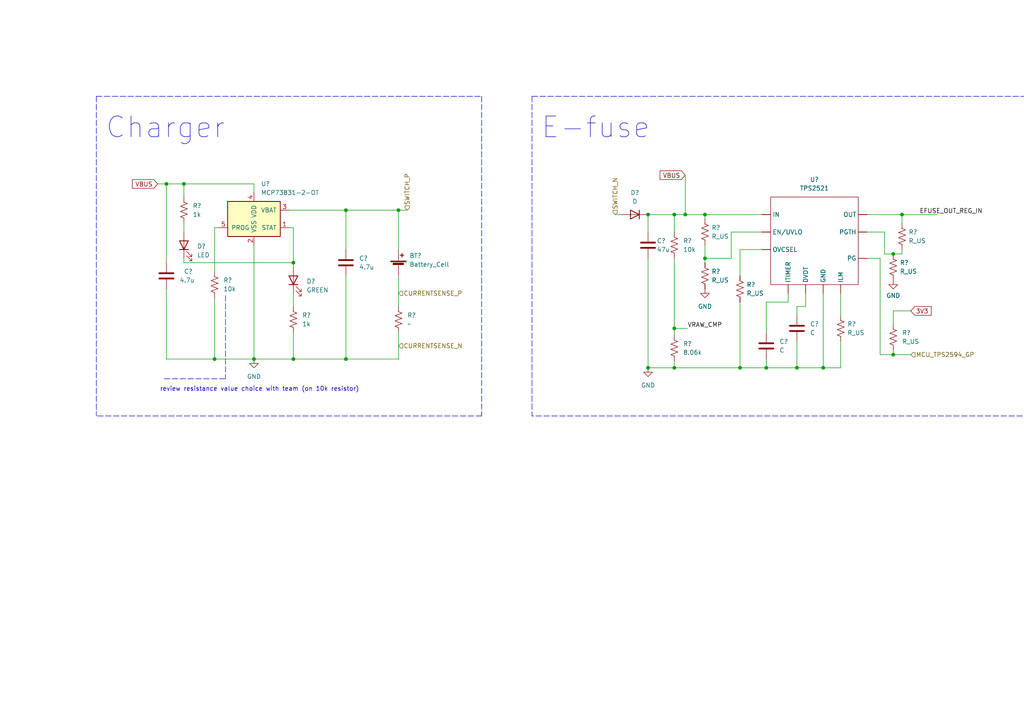
<source format=kicad_sch>
(kicad_sch (version 20211123) (generator eeschema)

  (uuid a4883e73-88bf-4ad3-8812-8e3a9ca0f84e)

  (paper "A4")

  (lib_symbols
    (symbol "Battery_Management:MCP73831-2-OT" (pin_names (offset 1.016)) (in_bom yes) (on_board yes)
      (property "Reference" "U" (id 0) (at -7.62 6.35 0)
        (effects (font (size 1.27 1.27)) (justify left))
      )
      (property "Value" "MCP73831-2-OT" (id 1) (at 1.27 6.35 0)
        (effects (font (size 1.27 1.27)) (justify left))
      )
      (property "Footprint" "Package_TO_SOT_SMD:SOT-23-5" (id 2) (at 1.27 -6.35 0)
        (effects (font (size 1.27 1.27) italic) (justify left) hide)
      )
      (property "Datasheet" "http://ww1.microchip.com/downloads/en/DeviceDoc/20001984g.pdf" (id 3) (at -3.81 -1.27 0)
        (effects (font (size 1.27 1.27)) hide)
      )
      (property "ki_keywords" "battery charger lithium" (id 4) (at 0 0 0)
        (effects (font (size 1.27 1.27)) hide)
      )
      (property "ki_description" "Single cell, Li-Ion/Li-Po charge management controller, 4.20V, Tri-State Status Output, in SOT23-5 package" (id 5) (at 0 0 0)
        (effects (font (size 1.27 1.27)) hide)
      )
      (property "ki_fp_filters" "SOT?23*" (id 6) (at 0 0 0)
        (effects (font (size 1.27 1.27)) hide)
      )
      (symbol "MCP73831-2-OT_0_1"
        (rectangle (start -7.62 5.08) (end 7.62 -5.08)
          (stroke (width 0.254) (type default) (color 0 0 0 0))
          (fill (type background))
        )
      )
      (symbol "MCP73831-2-OT_1_1"
        (pin output line (at 10.16 -2.54 180) (length 2.54)
          (name "STAT" (effects (font (size 1.27 1.27))))
          (number "1" (effects (font (size 1.27 1.27))))
        )
        (pin power_in line (at 0 -7.62 90) (length 2.54)
          (name "VSS" (effects (font (size 1.27 1.27))))
          (number "2" (effects (font (size 1.27 1.27))))
        )
        (pin power_out line (at 10.16 2.54 180) (length 2.54)
          (name "VBAT" (effects (font (size 1.27 1.27))))
          (number "3" (effects (font (size 1.27 1.27))))
        )
        (pin power_in line (at 0 7.62 270) (length 2.54)
          (name "VDD" (effects (font (size 1.27 1.27))))
          (number "4" (effects (font (size 1.27 1.27))))
        )
        (pin input line (at -10.16 -2.54 0) (length 2.54)
          (name "PROG" (effects (font (size 1.27 1.27))))
          (number "5" (effects (font (size 1.27 1.27))))
        )
      )
    )
    (symbol "Device:Battery_Cell" (pin_numbers hide) (pin_names (offset 0) hide) (in_bom yes) (on_board yes)
      (property "Reference" "BT" (id 0) (at 2.54 2.54 0)
        (effects (font (size 1.27 1.27)) (justify left))
      )
      (property "Value" "Battery_Cell" (id 1) (at 2.54 0 0)
        (effects (font (size 1.27 1.27)) (justify left))
      )
      (property "Footprint" "" (id 2) (at 0 1.524 90)
        (effects (font (size 1.27 1.27)) hide)
      )
      (property "Datasheet" "~" (id 3) (at 0 1.524 90)
        (effects (font (size 1.27 1.27)) hide)
      )
      (property "ki_keywords" "battery cell" (id 4) (at 0 0 0)
        (effects (font (size 1.27 1.27)) hide)
      )
      (property "ki_description" "Single-cell battery" (id 5) (at 0 0 0)
        (effects (font (size 1.27 1.27)) hide)
      )
      (symbol "Battery_Cell_0_1"
        (rectangle (start -2.286 1.778) (end 2.286 1.524)
          (stroke (width 0) (type default) (color 0 0 0 0))
          (fill (type outline))
        )
        (rectangle (start -1.5748 1.1938) (end 1.4732 0.6858)
          (stroke (width 0) (type default) (color 0 0 0 0))
          (fill (type outline))
        )
        (polyline
          (pts
            (xy 0 0.762)
            (xy 0 0)
          )
          (stroke (width 0) (type default) (color 0 0 0 0))
          (fill (type none))
        )
        (polyline
          (pts
            (xy 0 1.778)
            (xy 0 2.54)
          )
          (stroke (width 0) (type default) (color 0 0 0 0))
          (fill (type none))
        )
        (polyline
          (pts
            (xy 0.508 3.429)
            (xy 1.524 3.429)
          )
          (stroke (width 0.254) (type default) (color 0 0 0 0))
          (fill (type none))
        )
        (polyline
          (pts
            (xy 1.016 3.937)
            (xy 1.016 2.921)
          )
          (stroke (width 0.254) (type default) (color 0 0 0 0))
          (fill (type none))
        )
      )
      (symbol "Battery_Cell_1_1"
        (pin passive line (at 0 5.08 270) (length 2.54)
          (name "+" (effects (font (size 1.27 1.27))))
          (number "1" (effects (font (size 1.27 1.27))))
        )
        (pin passive line (at 0 -2.54 90) (length 2.54)
          (name "-" (effects (font (size 1.27 1.27))))
          (number "2" (effects (font (size 1.27 1.27))))
        )
      )
    )
    (symbol "Device:C" (pin_numbers hide) (pin_names (offset 0.254)) (in_bom yes) (on_board yes)
      (property "Reference" "C" (id 0) (at 0.635 2.54 0)
        (effects (font (size 1.27 1.27)) (justify left))
      )
      (property "Value" "C" (id 1) (at 0.635 -2.54 0)
        (effects (font (size 1.27 1.27)) (justify left))
      )
      (property "Footprint" "" (id 2) (at 0.9652 -3.81 0)
        (effects (font (size 1.27 1.27)) hide)
      )
      (property "Datasheet" "~" (id 3) (at 0 0 0)
        (effects (font (size 1.27 1.27)) hide)
      )
      (property "ki_keywords" "cap capacitor" (id 4) (at 0 0 0)
        (effects (font (size 1.27 1.27)) hide)
      )
      (property "ki_description" "Unpolarized capacitor" (id 5) (at 0 0 0)
        (effects (font (size 1.27 1.27)) hide)
      )
      (property "ki_fp_filters" "C_*" (id 6) (at 0 0 0)
        (effects (font (size 1.27 1.27)) hide)
      )
      (symbol "C_0_1"
        (polyline
          (pts
            (xy -2.032 -0.762)
            (xy 2.032 -0.762)
          )
          (stroke (width 0.508) (type default) (color 0 0 0 0))
          (fill (type none))
        )
        (polyline
          (pts
            (xy -2.032 0.762)
            (xy 2.032 0.762)
          )
          (stroke (width 0.508) (type default) (color 0 0 0 0))
          (fill (type none))
        )
      )
      (symbol "C_1_1"
        (pin passive line (at 0 3.81 270) (length 2.794)
          (name "~" (effects (font (size 1.27 1.27))))
          (number "1" (effects (font (size 1.27 1.27))))
        )
        (pin passive line (at 0 -3.81 90) (length 2.794)
          (name "~" (effects (font (size 1.27 1.27))))
          (number "2" (effects (font (size 1.27 1.27))))
        )
      )
    )
    (symbol "Device:D" (pin_numbers hide) (pin_names (offset 1.016) hide) (in_bom yes) (on_board yes)
      (property "Reference" "D" (id 0) (at 0 2.54 0)
        (effects (font (size 1.27 1.27)))
      )
      (property "Value" "D" (id 1) (at 0 -2.54 0)
        (effects (font (size 1.27 1.27)))
      )
      (property "Footprint" "" (id 2) (at 0 0 0)
        (effects (font (size 1.27 1.27)) hide)
      )
      (property "Datasheet" "~" (id 3) (at 0 0 0)
        (effects (font (size 1.27 1.27)) hide)
      )
      (property "ki_keywords" "diode" (id 4) (at 0 0 0)
        (effects (font (size 1.27 1.27)) hide)
      )
      (property "ki_description" "Diode" (id 5) (at 0 0 0)
        (effects (font (size 1.27 1.27)) hide)
      )
      (property "ki_fp_filters" "TO-???* *_Diode_* *SingleDiode* D_*" (id 6) (at 0 0 0)
        (effects (font (size 1.27 1.27)) hide)
      )
      (symbol "D_0_1"
        (polyline
          (pts
            (xy -1.27 1.27)
            (xy -1.27 -1.27)
          )
          (stroke (width 0.254) (type default) (color 0 0 0 0))
          (fill (type none))
        )
        (polyline
          (pts
            (xy 1.27 0)
            (xy -1.27 0)
          )
          (stroke (width 0) (type default) (color 0 0 0 0))
          (fill (type none))
        )
        (polyline
          (pts
            (xy 1.27 1.27)
            (xy 1.27 -1.27)
            (xy -1.27 0)
            (xy 1.27 1.27)
          )
          (stroke (width 0.254) (type default) (color 0 0 0 0))
          (fill (type none))
        )
      )
      (symbol "D_1_1"
        (pin passive line (at -3.81 0 0) (length 2.54)
          (name "K" (effects (font (size 1.27 1.27))))
          (number "1" (effects (font (size 1.27 1.27))))
        )
        (pin passive line (at 3.81 0 180) (length 2.54)
          (name "A" (effects (font (size 1.27 1.27))))
          (number "2" (effects (font (size 1.27 1.27))))
        )
      )
    )
    (symbol "Device:LED" (pin_numbers hide) (pin_names (offset 1.016) hide) (in_bom yes) (on_board yes)
      (property "Reference" "D" (id 0) (at 0 2.54 0)
        (effects (font (size 1.27 1.27)))
      )
      (property "Value" "LED" (id 1) (at 0 -2.54 0)
        (effects (font (size 1.27 1.27)))
      )
      (property "Footprint" "" (id 2) (at 0 0 0)
        (effects (font (size 1.27 1.27)) hide)
      )
      (property "Datasheet" "~" (id 3) (at 0 0 0)
        (effects (font (size 1.27 1.27)) hide)
      )
      (property "ki_keywords" "LED diode" (id 4) (at 0 0 0)
        (effects (font (size 1.27 1.27)) hide)
      )
      (property "ki_description" "Light emitting diode" (id 5) (at 0 0 0)
        (effects (font (size 1.27 1.27)) hide)
      )
      (property "ki_fp_filters" "LED* LED_SMD:* LED_THT:*" (id 6) (at 0 0 0)
        (effects (font (size 1.27 1.27)) hide)
      )
      (symbol "LED_0_1"
        (polyline
          (pts
            (xy -1.27 -1.27)
            (xy -1.27 1.27)
          )
          (stroke (width 0.254) (type default) (color 0 0 0 0))
          (fill (type none))
        )
        (polyline
          (pts
            (xy -1.27 0)
            (xy 1.27 0)
          )
          (stroke (width 0) (type default) (color 0 0 0 0))
          (fill (type none))
        )
        (polyline
          (pts
            (xy 1.27 -1.27)
            (xy 1.27 1.27)
            (xy -1.27 0)
            (xy 1.27 -1.27)
          )
          (stroke (width 0.254) (type default) (color 0 0 0 0))
          (fill (type none))
        )
        (polyline
          (pts
            (xy -3.048 -0.762)
            (xy -4.572 -2.286)
            (xy -3.81 -2.286)
            (xy -4.572 -2.286)
            (xy -4.572 -1.524)
          )
          (stroke (width 0) (type default) (color 0 0 0 0))
          (fill (type none))
        )
        (polyline
          (pts
            (xy -1.778 -0.762)
            (xy -3.302 -2.286)
            (xy -2.54 -2.286)
            (xy -3.302 -2.286)
            (xy -3.302 -1.524)
          )
          (stroke (width 0) (type default) (color 0 0 0 0))
          (fill (type none))
        )
      )
      (symbol "LED_1_1"
        (pin passive line (at -3.81 0 0) (length 2.54)
          (name "K" (effects (font (size 1.27 1.27))))
          (number "1" (effects (font (size 1.27 1.27))))
        )
        (pin passive line (at 3.81 0 180) (length 2.54)
          (name "A" (effects (font (size 1.27 1.27))))
          (number "2" (effects (font (size 1.27 1.27))))
        )
      )
    )
    (symbol "Device:R_US" (pin_numbers hide) (pin_names (offset 0)) (in_bom yes) (on_board yes)
      (property "Reference" "R" (id 0) (at 2.54 0 90)
        (effects (font (size 1.27 1.27)))
      )
      (property "Value" "R_US" (id 1) (at -2.54 0 90)
        (effects (font (size 1.27 1.27)))
      )
      (property "Footprint" "" (id 2) (at 1.016 -0.254 90)
        (effects (font (size 1.27 1.27)) hide)
      )
      (property "Datasheet" "~" (id 3) (at 0 0 0)
        (effects (font (size 1.27 1.27)) hide)
      )
      (property "ki_keywords" "R res resistor" (id 4) (at 0 0 0)
        (effects (font (size 1.27 1.27)) hide)
      )
      (property "ki_description" "Resistor, US symbol" (id 5) (at 0 0 0)
        (effects (font (size 1.27 1.27)) hide)
      )
      (property "ki_fp_filters" "R_*" (id 6) (at 0 0 0)
        (effects (font (size 1.27 1.27)) hide)
      )
      (symbol "R_US_0_1"
        (polyline
          (pts
            (xy 0 -2.286)
            (xy 0 -2.54)
          )
          (stroke (width 0) (type default) (color 0 0 0 0))
          (fill (type none))
        )
        (polyline
          (pts
            (xy 0 2.286)
            (xy 0 2.54)
          )
          (stroke (width 0) (type default) (color 0 0 0 0))
          (fill (type none))
        )
        (polyline
          (pts
            (xy 0 -0.762)
            (xy 1.016 -1.143)
            (xy 0 -1.524)
            (xy -1.016 -1.905)
            (xy 0 -2.286)
          )
          (stroke (width 0) (type default) (color 0 0 0 0))
          (fill (type none))
        )
        (polyline
          (pts
            (xy 0 0.762)
            (xy 1.016 0.381)
            (xy 0 0)
            (xy -1.016 -0.381)
            (xy 0 -0.762)
          )
          (stroke (width 0) (type default) (color 0 0 0 0))
          (fill (type none))
        )
        (polyline
          (pts
            (xy 0 2.286)
            (xy 1.016 1.905)
            (xy 0 1.524)
            (xy -1.016 1.143)
            (xy 0 0.762)
          )
          (stroke (width 0) (type default) (color 0 0 0 0))
          (fill (type none))
        )
      )
      (symbol "R_US_1_1"
        (pin passive line (at 0 3.81 270) (length 1.27)
          (name "~" (effects (font (size 1.27 1.27))))
          (number "1" (effects (font (size 1.27 1.27))))
        )
        (pin passive line (at 0 -3.81 90) (length 1.27)
          (name "~" (effects (font (size 1.27 1.27))))
          (number "2" (effects (font (size 1.27 1.27))))
        )
      )
    )
    (symbol "Efuse_Texas_TPS2521:TPS2521" (in_bom yes) (on_board yes)
      (property "Reference" "U" (id 0) (at -12.7 15.24 0)
        (effects (font (size 1.27 1.27)))
      )
      (property "Value" "TPS2521" (id 1) (at 7.62 15.24 0)
        (effects (font (size 1.27 1.27)))
      )
      (property "Footprint" "" (id 2) (at 0 0 0)
        (effects (font (size 1.27 1.27)) hide)
      )
      (property "Datasheet" "" (id 3) (at 0 0 0)
        (effects (font (size 1.27 1.27)) hide)
      )
      (symbol "TPS2521_0_1"
        (rectangle (start -12.7 12.7) (end 12.7 -12.7)
          (stroke (width 0) (type default) (color 0 0 0 0))
          (fill (type none))
        )
      )
      (symbol "TPS2521_1_1"
        (pin output line (at -2.54 -15.24 90) (length 2.54)
          (name "DVDT" (effects (font (size 1.27 1.27))))
          (number "" (effects (font (size 1.27 1.27))))
        )
        (pin input line (at -15.24 2.54 0) (length 2.54)
          (name "EN/UVLO" (effects (font (size 1.27 1.27))))
          (number "" (effects (font (size 1.27 1.27))))
        )
        (pin input line (at 2.54 -15.24 90) (length 2.54)
          (name "GND" (effects (font (size 1.27 1.27))))
          (number "" (effects (font (size 1.27 1.27))))
        )
        (pin output line (at 7.62 -15.24 90) (length 2.54)
          (name "ILM" (effects (font (size 1.27 1.27))))
          (number "" (effects (font (size 1.27 1.27))))
        )
        (pin power_in line (at -15.24 7.62 0) (length 2.54)
          (name "IN" (effects (font (size 1.27 1.27))))
          (number "" (effects (font (size 1.27 1.27))))
        )
        (pin output line (at -7.62 -15.24 90) (length 2.54)
          (name "ITIMER" (effects (font (size 1.27 1.27))))
          (number "" (effects (font (size 1.27 1.27))))
        )
        (pin power_out line (at 15.24 7.62 180) (length 2.54)
          (name "OUT" (effects (font (size 1.27 1.27))))
          (number "" (effects (font (size 1.27 1.27))))
        )
        (pin input line (at -15.24 -2.54 0) (length 2.54)
          (name "OVCSEL" (effects (font (size 1.27 1.27))))
          (number "" (effects (font (size 1.27 1.27))))
        )
        (pin output line (at 15.24 -5.08 180) (length 2.54)
          (name "PG" (effects (font (size 1.27 1.27))))
          (number "" (effects (font (size 1.27 1.27))))
        )
        (pin input line (at 15.24 2.54 180) (length 2.54)
          (name "PGTH" (effects (font (size 1.27 1.27))))
          (number "" (effects (font (size 1.27 1.27))))
        )
      )
    )
    (symbol "power:GND" (power) (pin_names (offset 0)) (in_bom yes) (on_board yes)
      (property "Reference" "#PWR" (id 0) (at 0 -6.35 0)
        (effects (font (size 1.27 1.27)) hide)
      )
      (property "Value" "GND" (id 1) (at 0 -3.81 0)
        (effects (font (size 1.27 1.27)))
      )
      (property "Footprint" "" (id 2) (at 0 0 0)
        (effects (font (size 1.27 1.27)) hide)
      )
      (property "Datasheet" "" (id 3) (at 0 0 0)
        (effects (font (size 1.27 1.27)) hide)
      )
      (property "ki_keywords" "power-flag" (id 4) (at 0 0 0)
        (effects (font (size 1.27 1.27)) hide)
      )
      (property "ki_description" "Power symbol creates a global label with name \"GND\" , ground" (id 5) (at 0 0 0)
        (effects (font (size 1.27 1.27)) hide)
      )
      (symbol "GND_0_1"
        (polyline
          (pts
            (xy 0 0)
            (xy 0 -1.27)
            (xy 1.27 -1.27)
            (xy 0 -2.54)
            (xy -1.27 -1.27)
            (xy 0 -1.27)
          )
          (stroke (width 0) (type default) (color 0 0 0 0))
          (fill (type none))
        )
      )
      (symbol "GND_1_1"
        (pin power_in line (at 0 0 270) (length 0) hide
          (name "GND" (effects (font (size 1.27 1.27))))
          (number "1" (effects (font (size 1.27 1.27))))
        )
      )
    )
    (symbol "regulator_analog:ADP7158ACPZ-3.3-R7" (in_bom yes) (on_board yes)
      (property "Reference" "U" (id 0) (at 3.81 17.78 0)
        (effects (font (size 1.27 1.27)))
      )
      (property "Value" "ADP7158ACPZ-3.3-R7" (id 1) (at 11.43 13.97 0)
        (effects (font (size 1.27 1.27)))
      )
      (property "Footprint" "" (id 2) (at 0 0 0)
        (effects (font (size 1.27 1.27)) hide)
      )
      (property "Datasheet" "" (id 3) (at 0 0 0)
        (effects (font (size 1.27 1.27)) hide)
      )
      (symbol "ADP7158ACPZ-3.3-R7_0_0"
        (pin power_out line (at 12.7 7.62 180) (length 2.54)
          (name "VOUT" (effects (font (size 1.27 1.27))))
          (number "1" (effects (font (size 1.27 1.27))))
        )
        (pin input line (at 12.7 3.81 180) (length 2.54)
          (name "VOUT_SENSE" (effects (font (size 1.27 1.27))))
          (number "2" (effects (font (size 1.27 1.27))))
        )
        (pin power_out line (at -12.7 -1.27 0) (length 2.54)
          (name "BYP" (effects (font (size 1.27 1.27))))
          (number "3" (effects (font (size 1.27 1.27))))
        )
        (pin input line (at -12.7 2.54 0) (length 2.54)
          (name "EN" (effects (font (size 1.27 1.27))))
          (number "4" (effects (font (size 1.27 1.27))))
        )
        (pin input line (at 12.7 -5.08 180) (length 2.54)
          (name "REF_SENSE" (effects (font (size 1.27 1.27))))
          (number "5" (effects (font (size 1.27 1.27))))
        )
        (pin power_out line (at 12.7 -1.27 180) (length 2.54)
          (name "REF" (effects (font (size 1.27 1.27))))
          (number "6" (effects (font (size 1.27 1.27))))
        )
        (pin power_out line (at -12.7 -6.35 0) (length 2.54)
          (name "VREG" (effects (font (size 1.27 1.27))))
          (number "7" (effects (font (size 1.27 1.27))))
        )
        (pin power_in line (at -12.7 6.35 0) (length 2.54)
          (name "VIN" (effects (font (size 1.27 1.27))))
          (number "8" (effects (font (size 1.27 1.27))))
        )
        (pin passive line (at -2.54 -12.7 90) (length 2.54)
          (name "EPAD" (effects (font (size 1.27 1.27))))
          (number "9" (effects (font (size 1.27 1.27))))
        )
      )
      (symbol "ADP7158ACPZ-3.3-R7_0_1"
        (rectangle (start -10.16 10.16) (end 10.16 -10.16)
          (stroke (width 0) (type default) (color 0 0 0 0))
          (fill (type none))
        )
      )
    )
  )

  (junction (at 346.71 58.42) (diameter 0) (color 0 0 0 0)
    (uuid 1374fb42-fd4e-49a0-91b8-42ffc04b63e5)
  )
  (junction (at 115.57 60.96) (diameter 0) (color 0 0 0 0)
    (uuid 1844912e-845b-4925-a2cb-02d421f143ba)
  )
  (junction (at 85.09 104.14) (diameter 0) (color 0 0 0 0)
    (uuid 1c272bfa-35e3-4d8a-9e5d-9a8b98c59d6c)
  )
  (junction (at 73.66 104.14) (diameter 0) (color 0 0 0 0)
    (uuid 1c41960c-65ed-42e2-ad6b-6e64846288ca)
  )
  (junction (at 389.89 60.96) (diameter 0) (color 0 0 0 0)
    (uuid 1e2bac36-8bb7-4b54-a1ee-c685e46980d0)
  )
  (junction (at 261.62 62.23) (diameter 0) (color 0 0 0 0)
    (uuid 1e4c36cf-d67d-4449-bee4-3fc985dbb1d5)
  )
  (junction (at 386.08 69.85) (diameter 0) (color 0 0 0 0)
    (uuid 24703853-a402-4614-ac79-dd45697f43e0)
  )
  (junction (at 100.33 104.14) (diameter 0) (color 0 0 0 0)
    (uuid 269de553-b8cb-45e3-81d2-509a51760b0f)
  )
  (junction (at 48.26 53.34) (diameter 0) (color 0 0 0 0)
    (uuid 35b89927-3d83-42da-8999-5138af98482d)
  )
  (junction (at 381 95.25) (diameter 0) (color 0 0 0 0)
    (uuid 361df805-b525-4635-b4f5-a3fec7608b0c)
  )
  (junction (at 53.34 53.34) (diameter 0) (color 0 0 0 0)
    (uuid 3b419174-17da-4d54-9abe-11a64edbbdf7)
  )
  (junction (at 350.52 58.42) (diameter 0) (color 0 0 0 0)
    (uuid 4039a2a5-924a-4fb5-9e8b-5575a4edf266)
  )
  (junction (at 198.755 62.23) (diameter 0) (color 0 0 0 0)
    (uuid 434a5d9e-b973-4eb5-8d0c-b37e4993ccc9)
  )
  (junction (at 204.47 74.93) (diameter 0) (color 0 0 0 0)
    (uuid 45a636f5-b5d7-4dc3-8a4c-b89bef1fc0ab)
  )
  (junction (at 204.47 62.23) (diameter 0) (color 0 0 0 0)
    (uuid 5459e17d-cdcb-4d51-9102-73716399a01c)
  )
  (junction (at 259.08 73.66) (diameter 0) (color 0 0 0 0)
    (uuid 62b2fb0d-c88d-431b-b936-c4e3dbe07ba3)
  )
  (junction (at 238.76 106.68) (diameter 0) (color 0 0 0 0)
    (uuid 650d2b97-15bd-46fc-9a8b-225109b234f8)
  )
  (junction (at 259.08 102.87) (diameter 0) (color 0 0 0 0)
    (uuid 850887ba-e4cf-4d60-96b1-f3d54e03566f)
  )
  (junction (at 85.09 76.2) (diameter 0) (color 0 0 0 0)
    (uuid 8912a970-d007-43d1-a11a-4938e14ac1cf)
  )
  (junction (at 187.96 62.23) (diameter 0) (color 0 0 0 0)
    (uuid 8dbe2509-ad88-4f00-a4a5-6f3d00f59246)
  )
  (junction (at 231.14 106.68) (diameter 0) (color 0 0 0 0)
    (uuid 929d34c3-82f6-4477-98b2-b2c604bd63db)
  )
  (junction (at 400.05 63.5) (diameter 0) (color 0 0 0 0)
    (uuid 96a151c8-0b38-44e0-be38-83f29440518d)
  )
  (junction (at 389.89 63.5) (diameter 0) (color 0 0 0 0)
    (uuid 98830580-4363-4069-9055-b55dd22a0af2)
  )
  (junction (at 62.23 104.14) (diameter 0) (color 0 0 0 0)
    (uuid ac490e31-137e-4f34-9b38-f0659f8de48c)
  )
  (junction (at 222.25 106.68) (diameter 0) (color 0 0 0 0)
    (uuid c1d11d40-8e2a-4124-87db-eb04c3a7032d)
  )
  (junction (at 214.63 106.68) (diameter 0) (color 0 0 0 0)
    (uuid c3aa518c-46b8-48ee-b4c3-eceb656f9695)
  )
  (junction (at 187.96 106.68) (diameter 0) (color 0 0 0 0)
    (uuid c4d6cab6-0ba9-4744-94f1-12d1402594e7)
  )
  (junction (at 408.94 73.66) (diameter 0) (color 0 0 0 0)
    (uuid c970b8c1-b055-45cd-9e4d-34da721c8846)
  )
  (junction (at 195.58 62.23) (diameter 0) (color 0 0 0 0)
    (uuid cddf9848-d320-4f30-85b1-e9fa60033c63)
  )
  (junction (at 195.58 106.68) (diameter 0) (color 0 0 0 0)
    (uuid ea504103-b26c-4afc-9618-4d4f9e42f000)
  )
  (junction (at 100.33 60.96) (diameter 0) (color 0 0 0 0)
    (uuid eb23168d-bc21-4776-a740-172100520d5c)
  )
  (junction (at 195.58 95.25) (diameter 0) (color 0 0 0 0)
    (uuid fdf9b064-7e74-46b1-8ab8-f4ab8849ad67)
  )

  (wire (pts (xy 45.72 53.34) (xy 48.26 53.34))
    (stroke (width 0) (type default) (color 0 0 0 0))
    (uuid 0233c264-f22c-49b3-9208-1b0f3e3d9daa)
  )
  (wire (pts (xy 48.26 53.34) (xy 53.34 53.34))
    (stroke (width 0) (type default) (color 0 0 0 0))
    (uuid 038f8944-12e4-4b7b-bb22-fdbf49d7c206)
  )
  (wire (pts (xy 204.47 62.23) (xy 220.98 62.23))
    (stroke (width 0) (type default) (color 0 0 0 0))
    (uuid 0421b3f7-3abb-43be-88ec-b038c17ad08c)
  )
  (wire (pts (xy 400.05 92.71) (xy 400.05 95.25))
    (stroke (width 0) (type default) (color 0 0 0 0))
    (uuid 04f79b6f-490e-412a-8f72-b7e2286312db)
  )
  (wire (pts (xy 195.58 74.93) (xy 195.58 95.25))
    (stroke (width 0) (type default) (color 0 0 0 0))
    (uuid 095e78e4-d993-474e-b92e-51f19472b34e)
  )
  (wire (pts (xy 62.23 66.04) (xy 62.23 78.74))
    (stroke (width 0) (type default) (color 0 0 0 0))
    (uuid 0c9c84b0-c618-4196-93c8-4bc7f7669642)
  )
  (wire (pts (xy 85.09 96.52) (xy 85.09 104.14))
    (stroke (width 0) (type default) (color 0 0 0 0))
    (uuid 0e3667d8-bc2e-4f82-ad72-81c06a7d4efc)
  )
  (polyline (pts (xy 65.405 85.725) (xy 65.405 109.855))
    (stroke (width 0) (type default) (color 0 0 0 0))
    (uuid 0e7dd8a6-f80f-46f4-9f72-4eb62cd79a52)
  )

  (wire (pts (xy 214.63 72.39) (xy 220.98 72.39))
    (stroke (width 0) (type default) (color 0 0 0 0))
    (uuid 0f41a04b-ce55-432a-90a0-c64e5e764805)
  )
  (wire (pts (xy 85.09 66.04) (xy 85.09 76.2))
    (stroke (width 0) (type default) (color 0 0 0 0))
    (uuid 1156fd2c-d191-4d70-a3d9-dac5f554d090)
  )
  (wire (pts (xy 83.82 66.04) (xy 85.09 66.04))
    (stroke (width 0) (type default) (color 0 0 0 0))
    (uuid 1189a7d9-fa4b-4123-94d0-af34e5c5f252)
  )
  (wire (pts (xy 195.58 62.23) (xy 198.755 62.23))
    (stroke (width 0) (type default) (color 0 0 0 0))
    (uuid 12e7c291-abcd-47b1-9f89-590b78ae2cfc)
  )
  (wire (pts (xy 251.46 74.93) (xy 255.27 74.93))
    (stroke (width 0) (type default) (color 0 0 0 0))
    (uuid 168e1f7a-fbf2-42c2-9353-f04a74d3872f)
  )
  (wire (pts (xy 243.84 106.68) (xy 238.76 106.68))
    (stroke (width 0) (type default) (color 0 0 0 0))
    (uuid 17395e89-b95f-44a3-adfc-19c45ce0e8d4)
  )
  (wire (pts (xy 231.14 88.9) (xy 231.14 91.44))
    (stroke (width 0) (type default) (color 0 0 0 0))
    (uuid 1ccc56c2-bf59-4c4f-aa38-6a7588153c2e)
  )
  (polyline (pts (xy 435.61 120.65) (xy 322.58 120.65))
    (stroke (width 0) (type default) (color 0 0 0 0))
    (uuid 1dedeba3-2136-4de5-8f10-ae416c6a6094)
  )

  (wire (pts (xy 381 95.25) (xy 369.57 95.25))
    (stroke (width 0) (type default) (color 0 0 0 0))
    (uuid 25dc85a7-3a02-410a-89a5-73ffb2ed1932)
  )
  (wire (pts (xy 386.08 69.85) (xy 386.08 78.74))
    (stroke (width 0) (type default) (color 0 0 0 0))
    (uuid 2af6fa94-b0c1-49b2-9c3d-6b0bffe9c562)
  )
  (wire (pts (xy 251.46 62.23) (xy 261.62 62.23))
    (stroke (width 0) (type default) (color 0 0 0 0))
    (uuid 2b16a413-7689-40cc-93ee-9dff7748062e)
  )
  (wire (pts (xy 178.435 62.23) (xy 180.34 62.23))
    (stroke (width 0) (type default) (color 0 0 0 0))
    (uuid 2f78e9fa-dbb8-4764-a4d7-f23c82e13d5c)
  )
  (wire (pts (xy 222.25 104.14) (xy 222.25 106.68))
    (stroke (width 0) (type default) (color 0 0 0 0))
    (uuid 2f97c3ef-190f-408a-9da9-eb1b0d944cb8)
  )
  (wire (pts (xy 220.98 67.31) (xy 212.09 67.31))
    (stroke (width 0) (type default) (color 0 0 0 0))
    (uuid 306b8f68-c712-40cf-84d1-e947d2ad82bf)
  )
  (polyline (pts (xy 435.61 27.94) (xy 435.61 120.65))
    (stroke (width 0) (type default) (color 0 0 0 0))
    (uuid 341b19fd-530c-428d-b8ee-fa90fdfc1a6f)
  )
  (polyline (pts (xy 322.58 27.94) (xy 322.58 120.65))
    (stroke (width 0) (type default) (color 0 0 0 0))
    (uuid 3559c802-67aa-4222-921f-a075106d1b8b)
  )

  (wire (pts (xy 73.66 71.12) (xy 73.66 104.14))
    (stroke (width 0) (type default) (color 0 0 0 0))
    (uuid 356818f9-2c48-43a4-aee5-88a932481f96)
  )
  (polyline (pts (xy 322.58 27.94) (xy 435.61 27.94))
    (stroke (width 0) (type default) (color 0 0 0 0))
    (uuid 3830c35a-214c-4c42-9276-4f50a5bfe324)
  )

  (wire (pts (xy 48.26 104.14) (xy 62.23 104.14))
    (stroke (width 0) (type default) (color 0 0 0 0))
    (uuid 426f3638-004a-4489-8251-08a2bb9d1087)
  )
  (wire (pts (xy 400.05 82.55) (xy 400.05 85.09))
    (stroke (width 0) (type default) (color 0 0 0 0))
    (uuid 44196af1-c7b5-4696-9b15-6b27a136d514)
  )
  (wire (pts (xy 115.57 96.52) (xy 115.57 104.14))
    (stroke (width 0) (type default) (color 0 0 0 0))
    (uuid 44445375-b4f7-4dd0-8005-7671a3cbfb8d)
  )
  (wire (pts (xy 222.25 87.63) (xy 222.25 96.52))
    (stroke (width 0) (type default) (color 0 0 0 0))
    (uuid 44b9f5d4-7ab0-4749-99a7-1b9df33a7434)
  )
  (polyline (pts (xy 27.94 27.94) (xy 139.7 27.94))
    (stroke (width 0) (type default) (color 0 0 0 0))
    (uuid 47428cce-5f79-47fb-9783-9c76426ae688)
  )

  (wire (pts (xy 195.58 95.25) (xy 195.58 97.155))
    (stroke (width 0) (type default) (color 0 0 0 0))
    (uuid 483ab835-4527-4646-b8ae-aeae8bba3504)
  )
  (wire (pts (xy 389.89 57.15) (xy 389.89 60.96))
    (stroke (width 0) (type default) (color 0 0 0 0))
    (uuid 483b167b-2f98-477e-a450-83ad4940b09c)
  )
  (wire (pts (xy 212.09 74.93) (xy 204.47 74.93))
    (stroke (width 0) (type default) (color 0 0 0 0))
    (uuid 4904a670-d17b-417a-9e89-9a3344869e42)
  )
  (wire (pts (xy 204.47 71.12) (xy 204.47 74.93))
    (stroke (width 0) (type default) (color 0 0 0 0))
    (uuid 49e69e37-ce2f-46a6-be2d-455a268f433d)
  )
  (wire (pts (xy 100.33 104.14) (xy 115.57 104.14))
    (stroke (width 0) (type default) (color 0 0 0 0))
    (uuid 4a1397ce-378f-4d8d-8b47-494c7fbf13a1)
  )
  (wire (pts (xy 195.58 95.25) (xy 199.39 95.25))
    (stroke (width 0) (type default) (color 0 0 0 0))
    (uuid 4ad1f3d5-d844-4105-8cee-a8c142c5c84c)
  )
  (wire (pts (xy 255.27 102.87) (xy 259.08 102.87))
    (stroke (width 0) (type default) (color 0 0 0 0))
    (uuid 4dbcb84e-d6f0-47ed-a149-eefbfef00bc8)
  )
  (polyline (pts (xy 154.305 27.94) (xy 307.975 27.94))
    (stroke (width 0) (type dash) (color 0 0 0 0))
    (uuid 50221cb2-bcae-4952-8372-8252127730a4)
  )
  (polyline (pts (xy 27.94 27.94) (xy 27.94 120.65))
    (stroke (width 0) (type default) (color 0 0 0 0))
    (uuid 54cae34b-a7cd-4990-965b-6f51635ca941)
  )

  (wire (pts (xy 187.96 106.68) (xy 195.58 106.68))
    (stroke (width 0) (type default) (color 0 0 0 0))
    (uuid 5887ad32-db9f-4f25-9dd1-9971433ddce9)
  )
  (wire (pts (xy 62.23 86.36) (xy 62.23 104.14))
    (stroke (width 0) (type default) (color 0 0 0 0))
    (uuid 596616b6-5e1d-4297-b4d4-de15109257b5)
  )
  (wire (pts (xy 195.58 106.68) (xy 214.63 106.68))
    (stroke (width 0) (type default) (color 0 0 0 0))
    (uuid 5bfbf81f-638e-48ff-a213-a7cb977af7d9)
  )
  (wire (pts (xy 48.26 53.34) (xy 48.26 76.2))
    (stroke (width 0) (type default) (color 0 0 0 0))
    (uuid 5cf9ac91-0b29-43b3-a48a-2eaaea292b1b)
  )
  (wire (pts (xy 62.23 104.14) (xy 73.66 104.14))
    (stroke (width 0) (type default) (color 0 0 0 0))
    (uuid 6306b6bd-f13a-4aea-900a-b267c266ef31)
  )
  (wire (pts (xy 53.34 53.34) (xy 73.66 53.34))
    (stroke (width 0) (type default) (color 0 0 0 0))
    (uuid 63736f2a-9c9f-46fd-9f10-c1651a5dbd89)
  )
  (wire (pts (xy 115.57 80.01) (xy 115.57 88.9))
    (stroke (width 0) (type default) (color 0 0 0 0))
    (uuid 6569b353-17e4-49d5-a320-678f29229368)
  )
  (wire (pts (xy 389.89 60.96) (xy 389.89 63.5))
    (stroke (width 0) (type default) (color 0 0 0 0))
    (uuid 659313bf-189c-44be-b53f-ddea9cf9dd41)
  )
  (wire (pts (xy 408.94 71.12) (xy 408.94 73.66))
    (stroke (width 0) (type default) (color 0 0 0 0))
    (uuid 66694aca-e3c0-4d05-a436-e3273da41a6d)
  )
  (wire (pts (xy 198.755 50.8) (xy 198.755 62.23))
    (stroke (width 0) (type default) (color 0 0 0 0))
    (uuid 666bb01e-7496-4778-bd1a-7fe3530c333e)
  )
  (wire (pts (xy 85.09 76.2) (xy 85.09 77.47))
    (stroke (width 0) (type default) (color 0 0 0 0))
    (uuid 671c9b13-7271-46b6-b4cc-9197f856f3b5)
  )
  (wire (pts (xy 384.81 60.96) (xy 389.89 60.96))
    (stroke (width 0) (type default) (color 0 0 0 0))
    (uuid 69ad8764-8680-4784-bbe4-def50741c3f1)
  )
  (wire (pts (xy 384.81 57.15) (xy 389.89 57.15))
    (stroke (width 0) (type default) (color 0 0 0 0))
    (uuid 6e5b02bb-b729-4eb2-b692-cdd344c3462f)
  )
  (polyline (pts (xy 139.7 27.94) (xy 139.7 120.65))
    (stroke (width 0) (type default) (color 0 0 0 0))
    (uuid 6e6298cd-69aa-40d4-a7a3-4e6fc2d4459f)
  )

  (wire (pts (xy 231.14 99.06) (xy 231.14 106.68))
    (stroke (width 0) (type default) (color 0 0 0 0))
    (uuid 70505811-db29-4c83-8982-578241812513)
  )
  (wire (pts (xy 100.33 72.39) (xy 100.33 60.96))
    (stroke (width 0) (type default) (color 0 0 0 0))
    (uuid 72ec5fa3-ace0-4b68-8dc2-800d3ab7cc5d)
  )
  (wire (pts (xy 255.27 74.93) (xy 255.27 102.87))
    (stroke (width 0) (type default) (color 0 0 0 0))
    (uuid 7302822f-4ea4-4347-bfb3-aaaf96d4235f)
  )
  (wire (pts (xy 350.52 62.23) (xy 350.52 58.42))
    (stroke (width 0) (type default) (color 0 0 0 0))
    (uuid 733f5abb-240d-41f7-a21d-393bb8a46736)
  )
  (wire (pts (xy 400.05 49.53) (xy 401.32 49.53))
    (stroke (width 0) (type default) (color 0 0 0 0))
    (uuid 77569cef-2b4d-4bcd-ae05-d61af333307a)
  )
  (wire (pts (xy 100.33 80.01) (xy 100.33 104.14))
    (stroke (width 0) (type default) (color 0 0 0 0))
    (uuid 791bcbb1-5726-4af3-a52f-e4fa846571cd)
  )
  (wire (pts (xy 346.71 58.42) (xy 350.52 58.42))
    (stroke (width 0) (type default) (color 0 0 0 0))
    (uuid 7e969d14-b3e9-4b15-80d0-d2c2eaa53c6e)
  )
  (wire (pts (xy 115.57 72.39) (xy 115.57 60.96))
    (stroke (width 0) (type default) (color 0 0 0 0))
    (uuid 81350a56-537a-45d2-9c20-5d6a60ac2681)
  )
  (wire (pts (xy 243.84 99.06) (xy 243.84 106.68))
    (stroke (width 0) (type default) (color 0 0 0 0))
    (uuid 8403c863-762c-4378-ad32-9b37da9790e2)
  )
  (wire (pts (xy 259.08 101.6) (xy 259.08 102.87))
    (stroke (width 0) (type default) (color 0 0 0 0))
    (uuid 8879b23e-bfd6-47e8-bcf5-9b2f02227f6a)
  )
  (wire (pts (xy 73.66 104.14) (xy 85.09 104.14))
    (stroke (width 0) (type default) (color 0 0 0 0))
    (uuid 8a059eb7-4674-47cc-9c9e-e39e7aff46ee)
  )
  (wire (pts (xy 231.14 106.68) (xy 222.25 106.68))
    (stroke (width 0) (type default) (color 0 0 0 0))
    (uuid 8b63297f-cabb-41b7-98ba-22b98fc6c757)
  )
  (wire (pts (xy 214.63 80.01) (xy 214.63 72.39))
    (stroke (width 0) (type default) (color 0 0 0 0))
    (uuid 8de9beb4-a92c-457a-ac69-14670611ca48)
  )
  (wire (pts (xy 358.14 71.12) (xy 358.14 76.2))
    (stroke (width 0) (type default) (color 0 0 0 0))
    (uuid 8e15e3a4-b7c8-4dc7-8230-d003a99d0e88)
  )
  (wire (pts (xy 350.52 58.42) (xy 359.41 58.42))
    (stroke (width 0) (type default) (color 0 0 0 0))
    (uuid 8ff739b2-4fa9-4114-aba0-17865af7cf87)
  )
  (wire (pts (xy 187.96 74.93) (xy 187.96 106.68))
    (stroke (width 0) (type default) (color 0 0 0 0))
    (uuid 925efd6d-b493-4f34-87be-aa73dd87587b)
  )
  (wire (pts (xy 259.08 102.87) (xy 264.16 102.87))
    (stroke (width 0) (type default) (color 0 0 0 0))
    (uuid 93430ca2-13d1-4ffe-8a5f-e09cb13d0605)
  )
  (wire (pts (xy 259.08 90.17) (xy 259.08 93.98))
    (stroke (width 0) (type default) (color 0 0 0 0))
    (uuid 936381e8-ec19-4899-a4df-e5e63f53d76e)
  )
  (wire (pts (xy 400.05 63.5) (xy 400.05 49.53))
    (stroke (width 0) (type default) (color 0 0 0 0))
    (uuid 966708da-b4b5-4dd1-89bd-d6ab7d593c34)
  )
  (wire (pts (xy 256.54 73.66) (xy 256.54 67.31))
    (stroke (width 0) (type default) (color 0 0 0 0))
    (uuid 96b18103-caf0-44e5-b5b8-049dcc7ccad2)
  )
  (wire (pts (xy 187.96 62.23) (xy 187.96 67.31))
    (stroke (width 0) (type default) (color 0 0 0 0))
    (uuid 96bf1209-7c32-4b06-862a-6ff22cb9a8e8)
  )
  (wire (pts (xy 83.82 60.96) (xy 100.33 60.96))
    (stroke (width 0) (type default) (color 0 0 0 0))
    (uuid 9742eaeb-7de9-44aa-bbbd-e312e5b52dea)
  )
  (wire (pts (xy 384.81 66.04) (xy 386.08 66.04))
    (stroke (width 0) (type default) (color 0 0 0 0))
    (uuid 980aa0d8-4d98-48ce-b013-f662d423fa6c)
  )
  (wire (pts (xy 384.81 69.85) (xy 386.08 69.85))
    (stroke (width 0) (type default) (color 0 0 0 0))
    (uuid 9bc81763-fd9f-4a3b-84a6-a945056ebbe3)
  )
  (wire (pts (xy 222.25 106.68) (xy 214.63 106.68))
    (stroke (width 0) (type default) (color 0 0 0 0))
    (uuid 9c3100f1-4fca-4fde-9d01-20cb29011114)
  )
  (wire (pts (xy 359.41 62.23) (xy 350.52 62.23))
    (stroke (width 0) (type default) (color 0 0 0 0))
    (uuid 9dbae425-2326-4b60-ad95-bea986ce8cc2)
  )
  (wire (pts (xy 204.47 62.23) (xy 204.47 63.5))
    (stroke (width 0) (type default) (color 0 0 0 0))
    (uuid a05f015e-bbda-4c6c-859d-38238706424a)
  )
  (wire (pts (xy 386.08 66.04) (xy 386.08 69.85))
    (stroke (width 0) (type default) (color 0 0 0 0))
    (uuid a05ff743-f6b9-4e37-b479-2bab68bdf871)
  )
  (wire (pts (xy 187.96 62.23) (xy 195.58 62.23))
    (stroke (width 0) (type default) (color 0 0 0 0))
    (uuid a0c47530-8887-43c0-b1cb-133d23834fdf)
  )
  (wire (pts (xy 73.66 53.34) (xy 73.66 55.88))
    (stroke (width 0) (type default) (color 0 0 0 0))
    (uuid a704f6b6-9560-4126-8e77-d0ec0d1f01cb)
  )
  (wire (pts (xy 228.6 85.09) (xy 228.6 87.63))
    (stroke (width 0) (type default) (color 0 0 0 0))
    (uuid a8d1a1bb-4f45-4aab-9c7e-a26a5a826366)
  )
  (polyline (pts (xy 307.975 27.94) (xy 307.975 120.65))
    (stroke (width 0) (type default) (color 0 0 0 0))
    (uuid ac8e9d90-dedf-482d-916a-3ec592a6380c)
  )
  (polyline (pts (xy 154.305 27.94) (xy 154.305 120.65))
    (stroke (width 0) (type default) (color 0 0 0 0))
    (uuid ad22689f-e512-4129-b8ae-22e11da1b63b)
  )

  (wire (pts (xy 53.34 53.34) (xy 53.34 57.15))
    (stroke (width 0) (type default) (color 0 0 0 0))
    (uuid ae86abf4-59e1-4f0f-9d9a-fa92d44cc665)
  )
  (polyline (pts (xy 307.975 120.65) (xy 154.305 120.65))
    (stroke (width 0) (type default) (color 0 0 0 0))
    (uuid aefa0c01-5fdf-4795-9a75-22956d534eed)
  )

  (wire (pts (xy 204.47 74.93) (xy 204.47 76.2))
    (stroke (width 0) (type default) (color 0 0 0 0))
    (uuid b183e8fe-2b2a-4929-83a9-8ab0ed260372)
  )
  (wire (pts (xy 400.05 63.5) (xy 400.05 74.93))
    (stroke (width 0) (type default) (color 0 0 0 0))
    (uuid b232c62e-32b6-40b3-b6ed-3b8d606e3f08)
  )
  (wire (pts (xy 238.76 85.09) (xy 238.76 106.68))
    (stroke (width 0) (type default) (color 0 0 0 0))
    (uuid b3ec1541-6fd0-46be-a790-0dd57a447078)
  )
  (wire (pts (xy 53.34 64.77) (xy 53.34 67.31))
    (stroke (width 0) (type default) (color 0 0 0 0))
    (uuid b5e953a5-5f9e-42b2-9758-e93d2b971156)
  )
  (wire (pts (xy 53.34 74.93) (xy 53.34 76.2))
    (stroke (width 0) (type default) (color 0 0 0 0))
    (uuid b62a15ed-4186-42d6-8cf3-8d1b642f36fc)
  )
  (wire (pts (xy 243.84 85.09) (xy 243.84 91.44))
    (stroke (width 0) (type default) (color 0 0 0 0))
    (uuid b70c0753-182f-40c5-b623-436a026ef1ef)
  )
  (wire (pts (xy 238.76 106.68) (xy 231.14 106.68))
    (stroke (width 0) (type default) (color 0 0 0 0))
    (uuid b969e188-fba6-4c18-bb63-73464ac69ade)
  )
  (wire (pts (xy 346.71 58.42) (xy 346.71 80.01))
    (stroke (width 0) (type default) (color 0 0 0 0))
    (uuid bb5c0f26-670f-4f87-b3cf-cbbf2c96a35b)
  )
  (wire (pts (xy 195.58 104.775) (xy 195.58 106.68))
    (stroke (width 0) (type default) (color 0 0 0 0))
    (uuid bbb8727d-9c79-4b2a-b934-31dbf6bb1256)
  )
  (wire (pts (xy 408.94 73.66) (xy 408.94 74.93))
    (stroke (width 0) (type default) (color 0 0 0 0))
    (uuid bdeccad2-8d29-48a2-8d05-08b9fba9bffd)
  )
  (wire (pts (xy 195.58 62.23) (xy 195.58 67.31))
    (stroke (width 0) (type default) (color 0 0 0 0))
    (uuid c3ec6258-6b77-4ad3-b981-84c843402fb2)
  )
  (wire (pts (xy 261.62 72.39) (xy 261.62 73.66))
    (stroke (width 0) (type default) (color 0 0 0 0))
    (uuid c4c5badb-3d48-4c13-a5f6-809f4d00af0a)
  )
  (wire (pts (xy 264.16 90.17) (xy 259.08 90.17))
    (stroke (width 0) (type default) (color 0 0 0 0))
    (uuid c683a6d6-cd2d-49d0-aafc-4583fdf9185f)
  )
  (wire (pts (xy 350.52 66.04) (xy 359.41 66.04))
    (stroke (width 0) (type default) (color 0 0 0 0))
    (uuid c7fe6a4c-d0a1-44c1-a01e-f4a337cf647e)
  )
  (wire (pts (xy 63.5 66.04) (xy 62.23 66.04))
    (stroke (width 0) (type default) (color 0 0 0 0))
    (uuid cb0347f7-ed76-4e42-89a9-d07e927cbc77)
  )
  (wire (pts (xy 256.54 67.31) (xy 251.46 67.31))
    (stroke (width 0) (type default) (color 0 0 0 0))
    (uuid cd3eef51-4b38-4fb8-81df-e39f9f3fbaf8)
  )
  (wire (pts (xy 233.68 85.09) (xy 233.68 88.9))
    (stroke (width 0) (type default) (color 0 0 0 0))
    (uuid cef9a809-37be-40d6-903d-4056f9046174)
  )
  (wire (pts (xy 228.6 87.63) (xy 222.25 87.63))
    (stroke (width 0) (type default) (color 0 0 0 0))
    (uuid cf5120fd-5728-4763-b00c-4ad7f4eae134)
  )
  (wire (pts (xy 53.34 76.2) (xy 85.09 76.2))
    (stroke (width 0) (type default) (color 0 0 0 0))
    (uuid d03eed93-63db-42cb-847f-546660e22004)
  )
  (wire (pts (xy 85.09 85.09) (xy 85.09 88.9))
    (stroke (width 0) (type default) (color 0 0 0 0))
    (uuid d1c6e8a9-6816-453f-aa15-c1f27d578e26)
  )
  (wire (pts (xy 100.33 60.96) (xy 115.57 60.96))
    (stroke (width 0) (type default) (color 0 0 0 0))
    (uuid d25ffbfa-8418-4fc2-9c44-0104df52d8d1)
  )
  (wire (pts (xy 198.755 62.23) (xy 204.47 62.23))
    (stroke (width 0) (type default) (color 0 0 0 0))
    (uuid d4e2a838-b696-4b6a-b78d-4af22c77fecd)
  )
  (wire (pts (xy 212.09 67.31) (xy 212.09 74.93))
    (stroke (width 0) (type default) (color 0 0 0 0))
    (uuid d82b2f23-2a6f-4e7b-878c-ef6eed762b93)
  )
  (wire (pts (xy 261.62 62.23) (xy 261.62 64.77))
    (stroke (width 0) (type default) (color 0 0 0 0))
    (uuid d82e361e-7d37-4fe0-8ba3-da5fd0104201)
  )
  (wire (pts (xy 115.57 60.96) (xy 118.11 60.96))
    (stroke (width 0) (type default) (color 0 0 0 0))
    (uuid d85a925d-75de-4b7a-b804-d2322c350c4d)
  )
  (polyline (pts (xy 139.7 120.65) (xy 27.94 120.65))
    (stroke (width 0) (type default) (color 0 0 0 0))
    (uuid d929735d-e601-48b7-a27f-6c49538554db)
  )

  (wire (pts (xy 261.62 62.23) (xy 271.78 62.23))
    (stroke (width 0) (type default) (color 0 0 0 0))
    (uuid da615d55-b2af-434a-b709-1358d9bd9abc)
  )
  (wire (pts (xy 48.26 83.82) (xy 48.26 104.14))
    (stroke (width 0) (type default) (color 0 0 0 0))
    (uuid dd3316f7-afe3-4265-a773-04b2ad976320)
  )
  (wire (pts (xy 214.63 106.68) (xy 214.63 87.63))
    (stroke (width 0) (type default) (color 0 0 0 0))
    (uuid de308e1c-4afc-45a7-a21f-71da174625ee)
  )
  (wire (pts (xy 327.66 58.42) (xy 346.71 58.42))
    (stroke (width 0) (type default) (color 0 0 0 0))
    (uuid e1063dee-23cd-45bf-9f78-46325b5babd4)
  )
  (wire (pts (xy 400.05 95.25) (xy 381 95.25))
    (stroke (width 0) (type default) (color 0 0 0 0))
    (uuid e3c6c061-665e-4569-beb7-b2fa64fb4060)
  )
  (wire (pts (xy 400.05 63.5) (xy 408.94 63.5))
    (stroke (width 0) (type default) (color 0 0 0 0))
    (uuid e830ec18-f3b5-476b-9c27-772ca0760a8c)
  )
  (wire (pts (xy 259.08 73.66) (xy 256.54 73.66))
    (stroke (width 0) (type default) (color 0 0 0 0))
    (uuid e9ebe650-38eb-4a2e-bb17-5fbb12715c24)
  )
  (wire (pts (xy 369.57 77.47) (xy 369.57 95.25))
    (stroke (width 0) (type default) (color 0 0 0 0))
    (uuid e9ef4764-95d2-4269-908f-c8384fa6a867)
  )
  (wire (pts (xy 261.62 73.66) (xy 259.08 73.66))
    (stroke (width 0) (type default) (color 0 0 0 0))
    (uuid ea573ef0-cd37-4b1b-9cff-81b59dd625e3)
  )
  (wire (pts (xy 233.68 88.9) (xy 231.14 88.9))
    (stroke (width 0) (type default) (color 0 0 0 0))
    (uuid ec0571d1-a735-4d69-8086-7d85a9e66e8c)
  )
  (wire (pts (xy 85.09 104.14) (xy 100.33 104.14))
    (stroke (width 0) (type default) (color 0 0 0 0))
    (uuid ec8be0d1-1443-4e42-96d7-8313433b3b0c)
  )
  (wire (pts (xy 389.89 63.5) (xy 400.05 63.5))
    (stroke (width 0) (type default) (color 0 0 0 0))
    (uuid ee9314c9-1b53-4f41-a61e-4e8d7bc67548)
  )
  (polyline (pts (xy 47.625 109.855) (xy 65.405 109.855))
    (stroke (width 0) (type default) (color 0 0 0 0))
    (uuid ef14bf63-26b7-4379-8ec3-f6dc52fa6ffb)
  )

  (wire (pts (xy 359.41 71.12) (xy 358.14 71.12))
    (stroke (width 0) (type default) (color 0 0 0 0))
    (uuid fcebbda2-5dd3-412e-a6cf-f81becd70b85)
  )
  (wire (pts (xy 408.94 73.66) (xy 420.37 73.66))
    (stroke (width 0) (type default) (color 0 0 0 0))
    (uuid fdfdfd08-8158-4f9e-84ca-73bc5d9cc4cf)
  )

  (text "Regulator\n" (at 325.12 41.91 0)
    (effects (font (size 6 6)) (justify left bottom))
    (uuid b1fdcb1a-37b4-4788-acd5-4fa4cae0cb60)
  )
  (text "Charger" (at 30.48 40.64 0)
    (effects (font (size 6 6)) (justify left bottom))
    (uuid c520d481-2a32-4f9e-8865-4ef2a22bc6b8)
  )
  (text "E-fuse" (at 156.845 40.64 0)
    (effects (font (size 6 6)) (justify left bottom))
    (uuid d9edef54-f713-4962-a0b6-de81d8145f4e)
  )
  (text "review resistance value choice with team (on 10k resistor)"
    (at 46.355 113.665 0)
    (effects (font (size 1.27 1.27)) (justify left bottom))
    (uuid f895c625-ce15-4785-b9c3-fd0ed2d5fb68)
  )

  (label "3V3_CMP" (at 420.37 73.66 0)
    (effects (font (size 1.27 1.27)) (justify left bottom))
    (uuid 01f3e3a8-ee7f-478a-b4c6-e2865adae35e)
  )
  (label "VRAW_CMP" (at 199.39 95.25 0)
    (effects (font (size 1.27 1.27)) (justify left bottom))
    (uuid 5e94197b-fd88-42fe-9532-e4ab8b7809cc)
  )
  (label "EFUSE_OUT_REG_IN" (at 266.7 62.23 0)
    (effects (font (size 1.27 1.27)) (justify left bottom))
    (uuid 5f5aeb57-3ead-4d4e-b67c-726e8d9fe5dd)
  )
  (label "EFUSE_OUT_REG_IN" (at 327.66 58.42 0)
    (effects (font (size 1.27 1.27)) (justify left bottom))
    (uuid c627c9a3-8118-4392-99f5-9770be0ff601)
  )

  (global_label "3V3" (shape input) (at 401.32 49.53 0) (fields_autoplaced)
    (effects (font (size 1.27 1.27)) (justify left))
    (uuid 0cbf316a-6db4-45af-9af9-cae5881f7640)
    (property "Intersheet References" "${INTERSHEET_REFS}" (id 0) (at 407.2407 49.4506 0)
      (effects (font (size 1.27 1.27)) (justify left) hide)
    )
  )
  (global_label "VBUS" (shape input) (at 198.755 50.8 180) (fields_autoplaced)
    (effects (font (size 1.27 1.27)) (justify right))
    (uuid 216161f3-1c8b-46e8-a722-d70baf414b9d)
    (property "Intersheet References" "${INTERSHEET_REFS}" (id 0) (at 191.4433 50.7206 0)
      (effects (font (size 1.27 1.27)) (justify right) hide)
    )
  )
  (global_label "3V3" (shape input) (at 264.16 90.17 0) (fields_autoplaced)
    (effects (font (size 1.27 1.27)) (justify left))
    (uuid 4d3e9785-3f97-4354-8254-12b0d8a9b4e2)
    (property "Intersheet References" "${INTERSHEET_REFS}" (id 0) (at 270.0807 90.0906 0)
      (effects (font (size 1.27 1.27)) (justify left) hide)
    )
  )
  (global_label "VBUS" (shape input) (at 45.72 53.34 180) (fields_autoplaced)
    (effects (font (size 1.27 1.27)) (justify right))
    (uuid 90c580e8-8f94-47d7-8914-ed064b489c46)
    (property "Intersheet References" "${INTERSHEET_REFS}" (id 0) (at 38.4083 53.2606 0)
      (effects (font (size 1.27 1.27)) (justify right) hide)
    )
  )

  (hierarchical_label "MCU_TPS2594_GP" (shape input) (at 264.16 102.87 0)
    (effects (font (size 1.27 1.27)) (justify left))
    (uuid 3e7e4db8-01e9-4786-9a78-4cde55d04f44)
  )
  (hierarchical_label "SWITCH_N" (shape input) (at 178.435 62.23 90)
    (effects (font (size 1.27 1.27)) (justify left))
    (uuid 894e5aa7-2774-4165-93f2-ecdcb0a5c65a)
  )
  (hierarchical_label "CURRENTSENSE_P" (shape input) (at 115.57 85.09 0)
    (effects (font (size 1.27 1.27)) (justify left))
    (uuid 8dcaaba5-fc60-40d6-8408-98b15412a385)
  )
  (hierarchical_label "CURRENTSENSE_N" (shape input) (at 115.57 100.33 0)
    (effects (font (size 1.27 1.27)) (justify left))
    (uuid 94121119-4753-4deb-a990-7796c62c86de)
  )
  (hierarchical_label "SWITCH_P" (shape input) (at 118.11 60.96 90)
    (effects (font (size 1.27 1.27)) (justify left))
    (uuid bde7ab2b-3915-4b43-a8df-5bbd08b63048)
  )

  (symbol (lib_id "Device:R_US") (at 259.08 77.47 0) (unit 1)
    (in_bom yes) (on_board yes) (fields_autoplaced)
    (uuid 03d0a5b9-ef8b-4013-9c89-26c46eccaf73)
    (property "Reference" "R?" (id 0) (at 260.985 76.1999 0)
      (effects (font (size 1.27 1.27)) (justify left))
    )
    (property "Value" "R_US" (id 1) (at 260.985 78.7399 0)
      (effects (font (size 1.27 1.27)) (justify left))
    )
    (property "Footprint" "Resistor_SMD:R_0402_1005Metric" (id 2) (at 260.096 77.724 90)
      (effects (font (size 1.27 1.27)) hide)
    )
    (property "Datasheet" "~" (id 3) (at 259.08 77.47 0)
      (effects (font (size 1.27 1.27)) hide)
    )
    (pin "1" (uuid 236b3160-e880-44f5-9430-d499dc78a239))
    (pin "2" (uuid 99bc0cfc-845b-4452-8dc9-274672c58580))
  )

  (symbol (lib_id "Device:R_US") (at 195.58 71.12 0) (unit 1)
    (in_bom yes) (on_board yes) (fields_autoplaced)
    (uuid 075df7f1-77bd-460b-b227-ab024396fbed)
    (property "Reference" "R?" (id 0) (at 198.12 69.8499 0)
      (effects (font (size 1.27 1.27)) (justify left))
    )
    (property "Value" "10k" (id 1) (at 198.12 72.3899 0)
      (effects (font (size 1.27 1.27)) (justify left))
    )
    (property "Footprint" "Resistor_SMD:R_0402_1005Metric" (id 2) (at 196.596 71.374 90)
      (effects (font (size 1.27 1.27)) hide)
    )
    (property "Datasheet" "~" (id 3) (at 195.58 71.12 0)
      (effects (font (size 1.27 1.27)) hide)
    )
    (pin "1" (uuid e4778e27-026e-461e-9c9a-748faf7be86e))
    (pin "2" (uuid 5ce744f8-8566-4cb5-9808-438ddc528cc8))
  )

  (symbol (lib_id "Device:C") (at 350.52 69.85 0) (unit 1)
    (in_bom yes) (on_board yes) (fields_autoplaced)
    (uuid 0f2a662d-4509-4559-a3aa-80d364282ec4)
    (property "Reference" "CByp" (id 0) (at 353.822 68.5799 0)
      (effects (font (size 1.27 1.27)) (justify left))
    )
    (property "Value" "1uF" (id 1) (at 353.822 71.1199 0)
      (effects (font (size 1.27 1.27)) (justify left))
    )
    (property "Footprint" "Capacitor_SMD:C_0402_1005Metric" (id 2) (at 351.4852 73.66 0)
      (effects (font (size 1.27 1.27)) hide)
    )
    (property "Datasheet" "~" (id 3) (at 350.52 69.85 0)
      (effects (font (size 1.27 1.27)) hide)
    )
    (pin "1" (uuid 19381ddd-e076-4c96-8ad5-dfccfa53fd61))
    (pin "2" (uuid 4dc279be-c7db-4f21-b82a-a62d8706e65e))
  )

  (symbol (lib_id "Device:C") (at 187.96 71.12 0) (unit 1)
    (in_bom yes) (on_board yes)
    (uuid 0fc59091-a63e-45de-94be-7f39e66781bc)
    (property "Reference" "C?" (id 0) (at 190.5 69.85 0)
      (effects (font (size 1.27 1.27)) (justify left))
    )
    (property "Value" "47u" (id 1) (at 190.5 72.39 0)
      (effects (font (size 1.27 1.27)) (justify left))
    )
    (property "Footprint" "Capacitor_SMD:C_0402_1005Metric" (id 2) (at 188.9252 74.93 0)
      (effects (font (size 1.27 1.27)) hide)
    )
    (property "Datasheet" "~" (id 3) (at 187.96 71.12 0)
      (effects (font (size 1.27 1.27)) hide)
    )
    (pin "1" (uuid 7aef7188-f146-484f-ac3f-f312e08f0dea))
    (pin "2" (uuid 2891d204-c819-44cd-86d8-4747cc34498b))
  )

  (symbol (lib_id "Device:R_US") (at 85.09 92.71 0) (unit 1)
    (in_bom yes) (on_board yes) (fields_autoplaced)
    (uuid 2c7e80af-452a-4f8e-ac63-4b34a42cbfb9)
    (property "Reference" "R?" (id 0) (at 87.63 91.4399 0)
      (effects (font (size 1.27 1.27)) (justify left))
    )
    (property "Value" "1k" (id 1) (at 87.63 93.9799 0)
      (effects (font (size 1.27 1.27)) (justify left))
    )
    (property "Footprint" "Resistor_SMD:R_0402_1005Metric" (id 2) (at 86.106 92.964 90)
      (effects (font (size 1.27 1.27)) hide)
    )
    (property "Datasheet" "~" (id 3) (at 85.09 92.71 0)
      (effects (font (size 1.27 1.27)) hide)
    )
    (pin "1" (uuid 7baab473-2aa7-4f28-bba9-f9ab0f33b89a))
    (pin "2" (uuid d0bfe05f-e71e-4a46-9185-42e963788a54))
  )

  (symbol (lib_id "Device:R_US") (at 408.94 67.31 0) (unit 1)
    (in_bom yes) (on_board yes) (fields_autoplaced)
    (uuid 329a5d94-cff2-4296-a9a6-1841aaa15dd0)
    (property "Reference" "R?" (id 0) (at 411.48 66.0399 0)
      (effects (font (size 1.27 1.27)) (justify left))
    )
    (property "Value" "10k" (id 1) (at 411.48 68.5799 0)
      (effects (font (size 1.27 1.27)) (justify left))
    )
    (property "Footprint" "Resistor_SMD:R_0402_1005Metric" (id 2) (at 409.956 67.564 90)
      (effects (font (size 1.27 1.27)) hide)
    )
    (property "Datasheet" "~" (id 3) (at 408.94 67.31 0)
      (effects (font (size 1.27 1.27)) hide)
    )
    (pin "1" (uuid 61eb61df-1cb5-48f1-ac51-36212d13d067))
    (pin "2" (uuid e14259c1-cea1-47a4-b406-b37f98471a83))
  )

  (symbol (lib_id "Device:C") (at 386.08 82.55 0) (unit 1)
    (in_bom yes) (on_board yes) (fields_autoplaced)
    (uuid 3323f6b5-97c5-476f-abe4-4d9346131d3a)
    (property "Reference" "Cref" (id 0) (at 389.7884 81.2799 0)
      (effects (font (size 1.27 1.27)) (justify left))
    )
    (property "Value" "1uF" (id 1) (at 389.7884 83.8199 0)
      (effects (font (size 1.27 1.27)) (justify left))
    )
    (property "Footprint" "Capacitor_SMD:C_0402_1005Metric" (id 2) (at 387.0452 86.36 0)
      (effects (font (size 1.27 1.27)) hide)
    )
    (property "Datasheet" "~" (id 3) (at 386.08 82.55 0)
      (effects (font (size 1.27 1.27)) hide)
    )
    (pin "1" (uuid 0cb7db9d-2640-4023-ad33-a1b8d37f5798))
    (pin "2" (uuid 1fc4f03c-c064-474c-bbc0-3499706bd856))
  )

  (symbol (lib_id "power:GND") (at 73.66 104.14 0) (unit 1)
    (in_bom yes) (on_board yes) (fields_autoplaced)
    (uuid 340ceb86-a573-4c9a-8ed4-778b70cc3246)
    (property "Reference" "#PWR?" (id 0) (at 73.66 110.49 0)
      (effects (font (size 1.27 1.27)) hide)
    )
    (property "Value" "GND" (id 1) (at 73.66 109.22 0))
    (property "Footprint" "" (id 2) (at 73.66 104.14 0)
      (effects (font (size 1.27 1.27)) hide)
    )
    (property "Datasheet" "" (id 3) (at 73.66 104.14 0)
      (effects (font (size 1.27 1.27)) hide)
    )
    (pin "1" (uuid d7c4ce03-55c4-4c21-beba-56e3690caf00))
  )

  (symbol (lib_id "Device:R_US") (at 195.58 100.965 0) (unit 1)
    (in_bom yes) (on_board yes) (fields_autoplaced)
    (uuid 3e66d598-fb48-4e7a-8052-065ef79ad97c)
    (property "Reference" "R?" (id 0) (at 198.12 99.6949 0)
      (effects (font (size 1.27 1.27)) (justify left))
    )
    (property "Value" "8.06k" (id 1) (at 198.12 102.2349 0)
      (effects (font (size 1.27 1.27)) (justify left))
    )
    (property "Footprint" "Resistor_SMD:R_0402_1005Metric" (id 2) (at 196.596 101.219 90)
      (effects (font (size 1.27 1.27)) hide)
    )
    (property "Datasheet" "~" (id 3) (at 195.58 100.965 0)
      (effects (font (size 1.27 1.27)) hide)
    )
    (pin "1" (uuid 6cb497a5-73a4-4796-a3e3-292ef0d8aeb5))
    (pin "2" (uuid 4cb49de9-d923-4c05-987e-9d161ef5e04e))
  )

  (symbol (lib_id "power:GND") (at 346.71 87.63 0) (unit 1)
    (in_bom yes) (on_board yes)
    (uuid 42b63a39-3bc5-4a2b-b430-0cda73c20f2c)
    (property "Reference" "#PWR?" (id 0) (at 346.71 93.98 0)
      (effects (font (size 1.27 1.27)) hide)
    )
    (property "Value" "GND" (id 1) (at 346.71 92.71 0))
    (property "Footprint" "" (id 2) (at 346.71 87.63 0)
      (effects (font (size 1.27 1.27)) hide)
    )
    (property "Datasheet" "" (id 3) (at 346.71 87.63 0)
      (effects (font (size 1.27 1.27)) hide)
    )
    (pin "1" (uuid a4c416a9-5ece-4e16-8995-eee971b9f9d7))
  )

  (symbol (lib_id "Device:C") (at 346.71 83.82 0) (unit 1)
    (in_bom yes) (on_board yes) (fields_autoplaced)
    (uuid 45c75d23-6fbb-4838-8647-c4be217b0954)
    (property "Reference" "C1" (id 0) (at 350.52 82.5499 0)
      (effects (font (size 1.27 1.27)) (justify left))
    )
    (property "Value" "~" (id 1) (at 350.52 85.0899 0)
      (effects (font (size 1.27 1.27)) (justify left))
    )
    (property "Footprint" "Capacitor_SMD:C_0402_1005Metric" (id 2) (at 347.6752 87.63 0)
      (effects (font (size 1.27 1.27)) hide)
    )
    (property "Datasheet" "~" (id 3) (at 346.71 83.82 0)
      (effects (font (size 1.27 1.27)) hide)
    )
    (pin "1" (uuid d7dbb848-a00e-467e-b575-407fc7edad2d))
    (pin "2" (uuid eecaa694-3bce-4ba7-979e-43edc21a19f5))
  )

  (symbol (lib_id "Device:R_US") (at 214.63 83.82 0) (unit 1)
    (in_bom yes) (on_board yes) (fields_autoplaced)
    (uuid 46bad1ba-c2f6-4098-beaa-0698550c0ec1)
    (property "Reference" "R?" (id 0) (at 216.535 82.5499 0)
      (effects (font (size 1.27 1.27)) (justify left))
    )
    (property "Value" "R_US" (id 1) (at 216.535 85.0899 0)
      (effects (font (size 1.27 1.27)) (justify left))
    )
    (property "Footprint" "Resistor_SMD:R_0402_1005Metric" (id 2) (at 215.646 84.074 90)
      (effects (font (size 1.27 1.27)) hide)
    )
    (property "Datasheet" "~" (id 3) (at 214.63 83.82 0)
      (effects (font (size 1.27 1.27)) hide)
    )
    (pin "1" (uuid 288333ba-213c-404a-9c9e-9e7c6d424e5a))
    (pin "2" (uuid b9f9e15a-d1c8-438c-b4e1-2ddf1b586198))
  )

  (symbol (lib_id "power:GND") (at 386.08 86.36 0) (unit 1)
    (in_bom yes) (on_board yes) (fields_autoplaced)
    (uuid 50114949-98e8-488c-a4d5-8f1586dfbb55)
    (property "Reference" "#PWR?" (id 0) (at 386.08 92.71 0)
      (effects (font (size 1.27 1.27)) hide)
    )
    (property "Value" "GND" (id 1) (at 386.08 90.8812 0))
    (property "Footprint" "" (id 2) (at 386.08 86.36 0)
      (effects (font (size 1.27 1.27)) hide)
    )
    (property "Datasheet" "" (id 3) (at 386.08 86.36 0)
      (effects (font (size 1.27 1.27)) hide)
    )
    (pin "1" (uuid 994ef375-1f73-454c-b1b3-cb9064887682))
  )

  (symbol (lib_id "Device:R_US") (at 115.57 92.71 180) (unit 1)
    (in_bom yes) (on_board yes) (fields_autoplaced)
    (uuid 51bb6d1f-d5f0-4802-9a29-450cf9b907e0)
    (property "Reference" "R?" (id 0) (at 118.11 91.4399 0)
      (effects (font (size 1.27 1.27)) (justify right))
    )
    (property "Value" "~" (id 1) (at 118.11 93.9799 0)
      (effects (font (size 1.27 1.27)) (justify right))
    )
    (property "Footprint" "Resistor_SMD:R_0402_1005Metric" (id 2) (at 114.554 92.456 90)
      (effects (font (size 1.27 1.27)) hide)
    )
    (property "Datasheet" "~" (id 3) (at 115.57 92.71 0)
      (effects (font (size 1.27 1.27)) hide)
    )
    (pin "1" (uuid 262d827e-fe63-4bc9-8e5a-739898a8f78f))
    (pin "2" (uuid b7713060-374e-4b0f-b8dc-de6db7f8f1af))
  )

  (symbol (lib_id "Device:Battery_Cell") (at 115.57 77.47 0) (unit 1)
    (in_bom yes) (on_board yes) (fields_autoplaced)
    (uuid 572f81cd-b604-47e4-94fb-6a7a06b53f8b)
    (property "Reference" "BT?" (id 0) (at 118.745 74.1679 0)
      (effects (font (size 1.27 1.27)) (justify left))
    )
    (property "Value" "Battery_Cell" (id 1) (at 118.745 76.7079 0)
      (effects (font (size 1.27 1.27)) (justify left))
    )
    (property "Footprint" "" (id 2) (at 115.57 75.946 90)
      (effects (font (size 1.27 1.27)) hide)
    )
    (property "Datasheet" "~" (id 3) (at 115.57 75.946 90)
      (effects (font (size 1.27 1.27)) hide)
    )
    (pin "1" (uuid e1774e9f-ab2e-4d14-95e2-94bb0d2ae13a))
    (pin "2" (uuid d3d7a155-457f-4941-9c8a-56fa6fa977f0))
  )

  (symbol (lib_id "power:GND") (at 350.52 73.66 0) (unit 1)
    (in_bom yes) (on_board yes) (fields_autoplaced)
    (uuid 5bc58719-ed26-422d-9e1b-6d6396ffc4b4)
    (property "Reference" "#PWR?" (id 0) (at 350.52 80.01 0)
      (effects (font (size 1.27 1.27)) hide)
    )
    (property "Value" "GND" (id 1) (at 350.52 78.74 0))
    (property "Footprint" "" (id 2) (at 350.52 73.66 0)
      (effects (font (size 1.27 1.27)) hide)
    )
    (property "Datasheet" "" (id 3) (at 350.52 73.66 0)
      (effects (font (size 1.27 1.27)) hide)
    )
    (pin "1" (uuid 34f12da6-2943-4bef-891f-c7ab65462515))
  )

  (symbol (lib_id "Device:R_US") (at 53.34 60.96 0) (unit 1)
    (in_bom yes) (on_board yes) (fields_autoplaced)
    (uuid 6e495647-032c-4030-beda-0a8613cb9979)
    (property "Reference" "R?" (id 0) (at 55.88 59.6899 0)
      (effects (font (size 1.27 1.27)) (justify left))
    )
    (property "Value" "1k" (id 1) (at 55.88 62.2299 0)
      (effects (font (size 1.27 1.27)) (justify left))
    )
    (property "Footprint" "Resistor_SMD:R_0402_1005Metric" (id 2) (at 54.356 61.214 90)
      (effects (font (size 1.27 1.27)) hide)
    )
    (property "Datasheet" "~" (id 3) (at 53.34 60.96 0)
      (effects (font (size 1.27 1.27)) hide)
    )
    (pin "1" (uuid b1bdacca-a609-4245-9292-f2ee4fc81015))
    (pin "2" (uuid e5e9d882-9cfd-4e5a-af08-94921ddbad01))
  )

  (symbol (lib_id "Device:LED") (at 400.05 88.9 90) (unit 1)
    (in_bom yes) (on_board yes)
    (uuid 6f707925-eea7-40ed-9828-e9694612eb3e)
    (property "Reference" "D?" (id 0) (at 403.86 89.2174 90)
      (effects (font (size 1.27 1.27)) (justify right))
    )
    (property "Value" "LED" (id 1) (at 403.86 91.7574 90)
      (effects (font (size 1.27 1.27)) (justify right))
    )
    (property "Footprint" "" (id 2) (at 400.05 88.9 0)
      (effects (font (size 1.27 1.27)) hide)
    )
    (property "Datasheet" "~" (id 3) (at 400.05 88.9 0)
      (effects (font (size 1.27 1.27)) hide)
    )
    (pin "1" (uuid b2d24512-ce51-4994-a28d-83b0ca10a56e))
    (pin "2" (uuid 3fdf57ca-8b32-49da-86f7-1aac11905319))
  )

  (symbol (lib_id "power:GND") (at 408.94 82.55 0) (unit 1)
    (in_bom yes) (on_board yes) (fields_autoplaced)
    (uuid 73fa3859-8d43-40a2-968e-56f969f8b972)
    (property "Reference" "#PWR?" (id 0) (at 408.94 88.9 0)
      (effects (font (size 1.27 1.27)) hide)
    )
    (property "Value" "GND" (id 1) (at 408.94 87.63 0))
    (property "Footprint" "" (id 2) (at 408.94 82.55 0)
      (effects (font (size 1.27 1.27)) hide)
    )
    (property "Datasheet" "" (id 3) (at 408.94 82.55 0)
      (effects (font (size 1.27 1.27)) hide)
    )
    (pin "1" (uuid 0b85bb2e-a96d-44d0-8e3f-6d39ce8078e3))
  )

  (symbol (lib_id "Battery_Management:MCP73831-2-OT") (at 73.66 63.5 0) (unit 1)
    (in_bom yes) (on_board yes) (fields_autoplaced)
    (uuid 78a6467b-4ecf-4898-a0ea-57f34d796643)
    (property "Reference" "U?" (id 0) (at 75.6794 53.34 0)
      (effects (font (size 1.27 1.27)) (justify left))
    )
    (property "Value" "MCP73831-2-OT" (id 1) (at 75.6794 55.88 0)
      (effects (font (size 1.27 1.27)) (justify left))
    )
    (property "Footprint" "Package_TO_SOT_SMD:SOT-23-5" (id 2) (at 74.93 69.85 0)
      (effects (font (size 1.27 1.27) italic) (justify left) hide)
    )
    (property "Datasheet" "http://ww1.microchip.com/downloads/en/DeviceDoc/20001984g.pdf" (id 3) (at 69.85 64.77 0)
      (effects (font (size 1.27 1.27)) hide)
    )
    (pin "1" (uuid 5e8118eb-e83f-4c9e-8d02-e34bb6ef5aae))
    (pin "2" (uuid 4df53cb7-3380-4c96-b022-86ac8a75f390))
    (pin "3" (uuid 44dde6dd-5fa4-4a55-8b0f-c2c145b02f16))
    (pin "4" (uuid 60f9ff89-986f-4e74-9d5e-861822f30bef))
    (pin "5" (uuid 8231f58d-1a71-4ce5-b3df-a64cddac46aa))
  )

  (symbol (lib_id "Device:R_US") (at 259.08 97.79 0) (unit 1)
    (in_bom yes) (on_board yes)
    (uuid 7b9fb362-6dab-46f4-b7ce-a1d484427f47)
    (property "Reference" "R?" (id 0) (at 261.62 96.5199 0)
      (effects (font (size 1.27 1.27)) (justify left))
    )
    (property "Value" "R_US" (id 1) (at 261.62 99.0599 0)
      (effects (font (size 1.27 1.27)) (justify left))
    )
    (property "Footprint" "Resistor_SMD:R_0402_1005Metric" (id 2) (at 260.096 98.044 90)
      (effects (font (size 1.27 1.27)) hide)
    )
    (property "Datasheet" "~" (id 3) (at 259.08 97.79 0)
      (effects (font (size 1.27 1.27)) hide)
    )
    (pin "1" (uuid 0e078189-4d25-4fe0-8e08-265c4272d097))
    (pin "2" (uuid ed7344b3-638c-45b0-b346-64508650804e))
  )

  (symbol (lib_id "Device:R_US") (at 400.05 78.74 0) (unit 1)
    (in_bom yes) (on_board yes) (fields_autoplaced)
    (uuid 7e4c0cf7-4d5a-47a0-b9dc-c89e97976e89)
    (property "Reference" "R?" (id 0) (at 402.59 77.4699 0)
      (effects (font (size 1.27 1.27)) (justify left))
    )
    (property "Value" "1k" (id 1) (at 402.59 80.0099 0)
      (effects (font (size 1.27 1.27)) (justify left))
    )
    (property "Footprint" "Resistor_SMD:R_0402_1005Metric" (id 2) (at 401.066 78.994 90)
      (effects (font (size 1.27 1.27)) hide)
    )
    (property "Datasheet" "~" (id 3) (at 400.05 78.74 0)
      (effects (font (size 1.27 1.27)) hide)
    )
    (pin "1" (uuid 973f41e7-3ee1-4100-a808-d4978c8d9415))
    (pin "2" (uuid d02bd6cf-9859-472b-b3ae-6878706d654a))
  )

  (symbol (lib_id "Device:LED") (at 85.09 81.28 90) (unit 1)
    (in_bom yes) (on_board yes)
    (uuid 7f905bdd-0e7b-4e7c-ba65-577267958a94)
    (property "Reference" "D?" (id 0) (at 88.9 81.5974 90)
      (effects (font (size 1.27 1.27)) (justify right))
    )
    (property "Value" "GREEN" (id 1) (at 88.9 84.1374 90)
      (effects (font (size 1.27 1.27)) (justify right))
    )
    (property "Footprint" "" (id 2) (at 85.09 81.28 0)
      (effects (font (size 1.27 1.27)) hide)
    )
    (property "Datasheet" "~" (id 3) (at 85.09 81.28 0)
      (effects (font (size 1.27 1.27)) hide)
    )
    (pin "1" (uuid e607c91d-d69b-4b4d-b346-b683b81328a1))
    (pin "2" (uuid 7e4d01ad-ac27-40e6-a146-28f0237ac51b))
  )

  (symbol (lib_id "Device:R_US") (at 62.23 82.55 0) (unit 1)
    (in_bom yes) (on_board yes) (fields_autoplaced)
    (uuid 893a9d28-036d-4f95-b2c0-9ddb25e5cb13)
    (property "Reference" "R?" (id 0) (at 64.77 81.2799 0)
      (effects (font (size 1.27 1.27)) (justify left))
    )
    (property "Value" "10k" (id 1) (at 64.77 83.8199 0)
      (effects (font (size 1.27 1.27)) (justify left))
    )
    (property "Footprint" "Resistor_SMD:R_0402_1005Metric" (id 2) (at 63.246 82.804 90)
      (effects (font (size 1.27 1.27)) hide)
    )
    (property "Datasheet" "~" (id 3) (at 62.23 82.55 0)
      (effects (font (size 1.27 1.27)) hide)
    )
    (pin "1" (uuid 84aa18b1-4d56-48a9-8b6a-c19419b5bcc7))
    (pin "2" (uuid 132450f9-b81b-4d64-8a06-106dc0e4c210))
  )

  (symbol (lib_id "Device:LED") (at 53.34 71.12 90) (unit 1)
    (in_bom yes) (on_board yes) (fields_autoplaced)
    (uuid 8bdf656c-107f-41b0-b81f-cbdc26cb9aa5)
    (property "Reference" "D?" (id 0) (at 57.15 71.4374 90)
      (effects (font (size 1.27 1.27)) (justify right))
    )
    (property "Value" "LED" (id 1) (at 57.15 73.9774 90)
      (effects (font (size 1.27 1.27)) (justify right))
    )
    (property "Footprint" "" (id 2) (at 53.34 71.12 0)
      (effects (font (size 1.27 1.27)) hide)
    )
    (property "Datasheet" "~" (id 3) (at 53.34 71.12 0)
      (effects (font (size 1.27 1.27)) hide)
    )
    (pin "1" (uuid 3ec2e54a-b460-4a83-b32b-56abeaa6ce99))
    (pin "2" (uuid 6ca92777-ba89-4804-916c-a845f3c0346b))
  )

  (symbol (lib_id "Device:C") (at 358.14 80.01 0) (unit 1)
    (in_bom yes) (on_board yes) (fields_autoplaced)
    (uuid 8f14f564-f83c-4ce4-a34f-6f8f5f0523bc)
    (property "Reference" "CReg" (id 0) (at 361.188 78.7399 0)
      (effects (font (size 1.27 1.27)) (justify left))
    )
    (property "Value" "1uF" (id 1) (at 361.188 81.2799 0)
      (effects (font (size 1.27 1.27)) (justify left))
    )
    (property "Footprint" "Capacitor_SMD:C_0402_1005Metric" (id 2) (at 359.1052 83.82 0)
      (effects (font (size 1.27 1.27)) hide)
    )
    (property "Datasheet" "~" (id 3) (at 358.14 80.01 0)
      (effects (font (size 1.27 1.27)) hide)
    )
    (pin "1" (uuid f7fb6458-aa04-4cb6-868f-a9031103c729))
    (pin "2" (uuid 50e181c6-e270-4bf2-b3c3-dd88f929b209))
  )

  (symbol (lib_id "Device:R_US") (at 243.84 95.25 0) (unit 1)
    (in_bom yes) (on_board yes) (fields_autoplaced)
    (uuid 9408eb0b-769a-4739-9733-a2b2162801b6)
    (property "Reference" "R?" (id 0) (at 245.745 93.9799 0)
      (effects (font (size 1.27 1.27)) (justify left))
    )
    (property "Value" "R_US" (id 1) (at 245.745 96.5199 0)
      (effects (font (size 1.27 1.27)) (justify left))
    )
    (property "Footprint" "Resistor_SMD:R_0402_1005Metric" (id 2) (at 244.856 95.504 90)
      (effects (font (size 1.27 1.27)) hide)
    )
    (property "Datasheet" "~" (id 3) (at 243.84 95.25 0)
      (effects (font (size 1.27 1.27)) hide)
    )
    (pin "1" (uuid d70089ae-c7d7-4b22-a4f8-e3bfcaa2f15b))
    (pin "2" (uuid a0689747-7f53-48f7-a30b-54a7c2bbd0be))
  )

  (symbol (lib_id "Device:C") (at 231.14 95.25 0) (unit 1)
    (in_bom yes) (on_board yes) (fields_autoplaced)
    (uuid 96fa46b4-76ac-4a0f-ac70-3cb956e4a343)
    (property "Reference" "C?" (id 0) (at 234.95 93.9799 0)
      (effects (font (size 1.27 1.27)) (justify left))
    )
    (property "Value" "C" (id 1) (at 234.95 96.5199 0)
      (effects (font (size 1.27 1.27)) (justify left))
    )
    (property "Footprint" "Capacitor_SMD:C_0402_1005Metric" (id 2) (at 232.1052 99.06 0)
      (effects (font (size 1.27 1.27)) hide)
    )
    (property "Datasheet" "~" (id 3) (at 231.14 95.25 0)
      (effects (font (size 1.27 1.27)) hide)
    )
    (pin "1" (uuid 9a183663-f5ab-462b-9f49-393e1f411d63))
    (pin "2" (uuid e8a6173c-b8f1-4e6a-8add-b91f4817484d))
  )

  (symbol (lib_id "power:GND") (at 259.08 81.28 0) (unit 1)
    (in_bom yes) (on_board yes) (fields_autoplaced)
    (uuid 97398f1a-8634-46ba-8269-5f986080eaa4)
    (property "Reference" "#PWR?" (id 0) (at 259.08 87.63 0)
      (effects (font (size 1.27 1.27)) hide)
    )
    (property "Value" "GND" (id 1) (at 259.08 85.725 0))
    (property "Footprint" "" (id 2) (at 259.08 81.28 0)
      (effects (font (size 1.27 1.27)) hide)
    )
    (property "Datasheet" "" (id 3) (at 259.08 81.28 0)
      (effects (font (size 1.27 1.27)) hide)
    )
    (pin "1" (uuid ba1b39c8-c953-49fb-a0ad-d0c367f01228))
  )

  (symbol (lib_id "power:GND") (at 204.47 83.82 0) (unit 1)
    (in_bom yes) (on_board yes) (fields_autoplaced)
    (uuid 9b146fd5-c934-46e9-8534-a7943147649f)
    (property "Reference" "#PWR?" (id 0) (at 204.47 90.17 0)
      (effects (font (size 1.27 1.27)) hide)
    )
    (property "Value" "GND" (id 1) (at 204.47 88.9 0))
    (property "Footprint" "" (id 2) (at 204.47 83.82 0)
      (effects (font (size 1.27 1.27)) hide)
    )
    (property "Datasheet" "" (id 3) (at 204.47 83.82 0)
      (effects (font (size 1.27 1.27)) hide)
    )
    (pin "1" (uuid dbdad46e-7b30-4c7b-81e1-41d1c56ecbdd))
  )

  (symbol (lib_id "power:GND") (at 358.14 83.82 0) (unit 1)
    (in_bom yes) (on_board yes) (fields_autoplaced)
    (uuid 9d4787d4-b7ac-4a88-aa43-4081ad01aa1a)
    (property "Reference" "#PWR?" (id 0) (at 358.14 90.17 0)
      (effects (font (size 1.27 1.27)) hide)
    )
    (property "Value" "GND" (id 1) (at 358.14 88.9 0))
    (property "Footprint" "" (id 2) (at 358.14 83.82 0)
      (effects (font (size 1.27 1.27)) hide)
    )
    (property "Datasheet" "" (id 3) (at 358.14 83.82 0)
      (effects (font (size 1.27 1.27)) hide)
    )
    (pin "1" (uuid f9d83138-f04e-44ec-9bc8-e4d907d23910))
  )

  (symbol (lib_id "Device:C") (at 48.26 80.01 0) (unit 1)
    (in_bom yes) (on_board yes)
    (uuid a20aae3b-982d-42fe-a384-99d8e3ec238b)
    (property "Reference" "C?" (id 0) (at 53.34 78.7399 0)
      (effects (font (size 1.27 1.27)) (justify left))
    )
    (property "Value" "4.7u" (id 1) (at 52.07 81.2799 0)
      (effects (font (size 1.27 1.27)) (justify left))
    )
    (property "Footprint" "Capacitor_SMD:C_0402_1005Metric" (id 2) (at 49.2252 83.82 0)
      (effects (font (size 1.27 1.27)) hide)
    )
    (property "Datasheet" "~" (id 3) (at 48.26 80.01 0)
      (effects (font (size 1.27 1.27)) hide)
    )
    (pin "1" (uuid 47144397-d7a2-4b8e-acbe-167196f9873e))
    (pin "2" (uuid 75a20700-ee76-42bc-83b2-df1afb325c3a))
  )

  (symbol (lib_id "power:GND") (at 187.96 106.68 0) (unit 1)
    (in_bom yes) (on_board yes) (fields_autoplaced)
    (uuid ace326be-4bf4-45dd-9976-1bc46a4943aa)
    (property "Reference" "#PWR?" (id 0) (at 187.96 113.03 0)
      (effects (font (size 1.27 1.27)) hide)
    )
    (property "Value" "~" (id 1) (at 187.96 111.76 0))
    (property "Footprint" "" (id 2) (at 187.96 106.68 0)
      (effects (font (size 1.27 1.27)) hide)
    )
    (property "Datasheet" "" (id 3) (at 187.96 106.68 0)
      (effects (font (size 1.27 1.27)) hide)
    )
    (pin "1" (uuid a2faae96-87da-493f-913c-6492752709f4))
  )

  (symbol (lib_id "Device:C") (at 100.33 76.2 0) (unit 1)
    (in_bom yes) (on_board yes)
    (uuid affa5ee7-2644-43f5-8bb6-4f65bce7c737)
    (property "Reference" "C?" (id 0) (at 104.14 74.9299 0)
      (effects (font (size 1.27 1.27)) (justify left))
    )
    (property "Value" "4.7u" (id 1) (at 104.14 77.47 0)
      (effects (font (size 1.27 1.27)) (justify left))
    )
    (property "Footprint" "Capacitor_SMD:C_0402_1005Metric" (id 2) (at 101.2952 80.01 0)
      (effects (font (size 1.27 1.27)) hide)
    )
    (property "Datasheet" "~" (id 3) (at 100.33 76.2 0)
      (effects (font (size 1.27 1.27)) hide)
    )
    (pin "1" (uuid db4c0ed9-cd4d-49d5-b492-787c699dc082))
    (pin "2" (uuid dd736ac2-ac0b-4d9a-956a-3bf19dca8050))
  )

  (symbol (lib_id "Efuse_Texas_TPS2521:TPS2521") (at 236.22 69.85 0) (unit 1)
    (in_bom yes) (on_board yes) (fields_autoplaced)
    (uuid be1b3c69-04b1-44f7-9f72-8684043f200a)
    (property "Reference" "U?" (id 0) (at 236.22 52.07 0))
    (property "Value" "TPS2521" (id 1) (at 236.22 54.61 0))
    (property "Footprint" "" (id 2) (at 236.22 69.85 0)
      (effects (font (size 1.27 1.27)) hide)
    )
    (property "Datasheet" "" (id 3) (at 236.22 69.85 0)
      (effects (font (size 1.27 1.27)) hide)
    )
    (pin "" (uuid 5392f718-82d7-452a-a172-8e760d616382))
    (pin "" (uuid 5392f718-82d7-452a-a172-8e760d616382))
    (pin "" (uuid 5392f718-82d7-452a-a172-8e760d616382))
    (pin "" (uuid 5392f718-82d7-452a-a172-8e760d616382))
    (pin "" (uuid 5392f718-82d7-452a-a172-8e760d616382))
    (pin "" (uuid 5392f718-82d7-452a-a172-8e760d616382))
    (pin "" (uuid 5392f718-82d7-452a-a172-8e760d616382))
    (pin "" (uuid 5392f718-82d7-452a-a172-8e760d616382))
    (pin "" (uuid 5392f718-82d7-452a-a172-8e760d616382))
    (pin "" (uuid 5392f718-82d7-452a-a172-8e760d616382))
  )

  (symbol (lib_id "Device:C") (at 389.89 67.31 0) (unit 1)
    (in_bom yes) (on_board yes) (fields_autoplaced)
    (uuid c12aa31d-782c-4813-a1a8-04c7ba1ad775)
    (property "Reference" "C?" (id 0) (at 393.7 66.0399 0)
      (effects (font (size 1.27 1.27)) (justify left))
    )
    (property "Value" "1u" (id 1) (at 393.7 68.5799 0)
      (effects (font (size 1.27 1.27)) (justify left))
    )
    (property "Footprint" "Capacitor_SMD:C_0402_1005Metric" (id 2) (at 390.8552 71.12 0)
      (effects (font (size 1.27 1.27)) hide)
    )
    (property "Datasheet" "~" (id 3) (at 389.89 67.31 0)
      (effects (font (size 1.27 1.27)) hide)
    )
    (pin "1" (uuid 73914809-fcf4-4d6b-a690-3621882b794f))
    (pin "2" (uuid 0a49f4b1-802c-4585-b8fc-d25bc0ef9784))
  )

  (symbol (lib_id "regulator_analog:ADP7158ACPZ-3.3-R7") (at 372.11 64.77 0) (unit 1)
    (in_bom yes) (on_board yes) (fields_autoplaced)
    (uuid c98a6c02-e5ed-47a3-aa9d-8b44f0af7dc8)
    (property "Reference" "U?" (id 0) (at 372.11 49.53 0))
    (property "Value" "ADP7158ACPZ-3.3-R7" (id 1) (at 372.11 52.07 0))
    (property "Footprint" "" (id 2) (at 372.11 64.77 0)
      (effects (font (size 1.27 1.27)) hide)
    )
    (property "Datasheet" "" (id 3) (at 372.11 64.77 0)
      (effects (font (size 1.27 1.27)) hide)
    )
    (pin "1" (uuid 42b0533e-a299-4f46-8ce3-085431fbd622))
    (pin "2" (uuid 2e5a823d-2665-4c6f-933f-53b25f1af57a))
    (pin "3" (uuid fe6669a1-0457-404d-b9e7-01b8d7f8586d))
    (pin "4" (uuid 1d4e66ed-dce0-41f9-945e-ae754cd37a98))
    (pin "5" (uuid 8ba92b5c-1521-4b91-8b70-353df6bb1089))
    (pin "6" (uuid b9051cf8-b0b6-4c26-84dd-c8753a3827fa))
    (pin "7" (uuid 289fb365-7710-483e-95fa-06f8fc024f74))
    (pin "8" (uuid 94a526e5-5b4e-437d-9979-1c8172012630))
    (pin "9" (uuid acf7a003-0c01-4bce-9d6b-107583446a70))
  )

  (symbol (lib_id "Device:R_US") (at 204.47 80.01 0) (unit 1)
    (in_bom yes) (on_board yes) (fields_autoplaced)
    (uuid ce6b9c94-2813-43f8-a777-c00592e3db68)
    (property "Reference" "R?" (id 0) (at 206.375 78.7399 0)
      (effects (font (size 1.27 1.27)) (justify left))
    )
    (property "Value" "R_US" (id 1) (at 206.375 81.2799 0)
      (effects (font (size 1.27 1.27)) (justify left))
    )
    (property "Footprint" "Resistor_SMD:R_0402_1005Metric" (id 2) (at 205.486 80.264 90)
      (effects (font (size 1.27 1.27)) hide)
    )
    (property "Datasheet" "~" (id 3) (at 204.47 80.01 0)
      (effects (font (size 1.27 1.27)) hide)
    )
    (pin "1" (uuid 95a50846-588b-4cac-aa98-79d00c5985a7))
    (pin "2" (uuid ba0e29c3-ac93-4428-8971-4d898bf9ffb1))
  )

  (symbol (lib_id "Device:R_US") (at 204.47 67.31 0) (unit 1)
    (in_bom yes) (on_board yes) (fields_autoplaced)
    (uuid cff66a5f-8b0c-44bf-8f0b-ac2043a46c42)
    (property "Reference" "R?" (id 0) (at 206.375 66.0399 0)
      (effects (font (size 1.27 1.27)) (justify left))
    )
    (property "Value" "R_US" (id 1) (at 206.375 68.5799 0)
      (effects (font (size 1.27 1.27)) (justify left))
    )
    (property "Footprint" "Resistor_SMD:R_0402_1005Metric" (id 2) (at 205.486 67.564 90)
      (effects (font (size 1.27 1.27)) hide)
    )
    (property "Datasheet" "~" (id 3) (at 204.47 67.31 0)
      (effects (font (size 1.27 1.27)) hide)
    )
    (pin "1" (uuid 557b103f-5f7e-4fe7-9681-f47a6db64666))
    (pin "2" (uuid 53bb7de9-60c5-49bc-9355-57121f4a8668))
  )

  (symbol (lib_id "Device:C") (at 222.25 100.33 0) (unit 1)
    (in_bom yes) (on_board yes) (fields_autoplaced)
    (uuid d2ae2567-f0a6-48d4-8452-71cecf710cb7)
    (property "Reference" "C?" (id 0) (at 226.06 99.0599 0)
      (effects (font (size 1.27 1.27)) (justify left))
    )
    (property "Value" "C" (id 1) (at 226.06 101.5999 0)
      (effects (font (size 1.27 1.27)) (justify left))
    )
    (property "Footprint" "Capacitor_SMD:C_0402_1005Metric" (id 2) (at 223.2152 104.14 0)
      (effects (font (size 1.27 1.27)) hide)
    )
    (property "Datasheet" "~" (id 3) (at 222.25 100.33 0)
      (effects (font (size 1.27 1.27)) hide)
    )
    (pin "1" (uuid 070f83ee-d686-4c61-902d-affa111ccde3))
    (pin "2" (uuid 94152cfa-5156-4775-85e1-7c2c7b0e84c0))
  )

  (symbol (lib_id "Device:R_US") (at 408.94 78.74 0) (unit 1)
    (in_bom yes) (on_board yes) (fields_autoplaced)
    (uuid e3ab2899-018b-466e-9b5c-b53814b894fb)
    (property "Reference" "R?" (id 0) (at 411.48 77.4699 0)
      (effects (font (size 1.27 1.27)) (justify left))
    )
    (property "Value" "9.09k" (id 1) (at 411.48 80.0099 0)
      (effects (font (size 1.27 1.27)) (justify left))
    )
    (property "Footprint" "Resistor_SMD:R_0402_1005Metric" (id 2) (at 409.956 78.994 90)
      (effects (font (size 1.27 1.27)) hide)
    )
    (property "Datasheet" "~" (id 3) (at 408.94 78.74 0)
      (effects (font (size 1.27 1.27)) hide)
    )
    (pin "1" (uuid bbf4f2f3-6b76-4be5-83a8-dfb55fc67a49))
    (pin "2" (uuid 074872bb-0c03-4d2c-9e9e-b79b0e42c89c))
  )

  (symbol (lib_id "power:GND") (at 389.89 71.12 0) (unit 1)
    (in_bom yes) (on_board yes) (fields_autoplaced)
    (uuid e797bca5-bde5-48ac-8720-ec98feda2227)
    (property "Reference" "#PWR?" (id 0) (at 389.89 77.47 0)
      (effects (font (size 1.27 1.27)) hide)
    )
    (property "Value" "GND" (id 1) (at 389.89 76.2 0))
    (property "Footprint" "" (id 2) (at 389.89 71.12 0)
      (effects (font (size 1.27 1.27)) hide)
    )
    (property "Datasheet" "" (id 3) (at 389.89 71.12 0)
      (effects (font (size 1.27 1.27)) hide)
    )
    (pin "1" (uuid d55314c3-b8f8-45c4-b3ae-edc9cc900d0f))
  )

  (symbol (lib_id "power:GND") (at 381 95.25 0) (unit 1)
    (in_bom yes) (on_board yes) (fields_autoplaced)
    (uuid efa44a83-09dc-4b61-9ba3-2cf531a4e885)
    (property "Reference" "#PWR?" (id 0) (at 381 101.6 0)
      (effects (font (size 1.27 1.27)) hide)
    )
    (property "Value" "GND" (id 1) (at 381 100.33 0))
    (property "Footprint" "" (id 2) (at 381 95.25 0)
      (effects (font (size 1.27 1.27)) hide)
    )
    (property "Datasheet" "" (id 3) (at 381 95.25 0)
      (effects (font (size 1.27 1.27)) hide)
    )
    (pin "1" (uuid 05b502c9-a299-441b-a70c-764c61862896))
  )

  (symbol (lib_id "Device:D") (at 184.15 62.23 180) (unit 1)
    (in_bom yes) (on_board yes) (fields_autoplaced)
    (uuid f28b7aa8-d431-412e-953b-5ecc1d5321d0)
    (property "Reference" "D?" (id 0) (at 184.15 55.88 0))
    (property "Value" "D" (id 1) (at 184.15 58.42 0))
    (property "Footprint" "" (id 2) (at 184.15 62.23 0)
      (effects (font (size 1.27 1.27)) hide)
    )
    (property "Datasheet" "~" (id 3) (at 184.15 62.23 0)
      (effects (font (size 1.27 1.27)) hide)
    )
    (pin "1" (uuid f57a11e7-aed1-4637-b9e5-a419bb9496ca))
    (pin "2" (uuid 0b4ed4bf-dfd9-486d-8cd9-5c4e19f26180))
  )

  (symbol (lib_id "Device:R_US") (at 261.62 68.58 0) (unit 1)
    (in_bom yes) (on_board yes) (fields_autoplaced)
    (uuid f8727cf5-61fa-40b5-abf7-e238845e6071)
    (property "Reference" "R?" (id 0) (at 263.525 67.3099 0)
      (effects (font (size 1.27 1.27)) (justify left))
    )
    (property "Value" "R_US" (id 1) (at 263.525 69.8499 0)
      (effects (font (size 1.27 1.27)) (justify left))
    )
    (property "Footprint" "Resistor_SMD:R_0402_1005Metric" (id 2) (at 262.636 68.834 90)
      (effects (font (size 1.27 1.27)) hide)
    )
    (property "Datasheet" "~" (id 3) (at 261.62 68.58 0)
      (effects (font (size 1.27 1.27)) hide)
    )
    (pin "1" (uuid fdc65050-d975-4380-9f8f-546e59e2c9f2))
    (pin "2" (uuid ed22c8c0-6799-48eb-8fc4-d21c38666396))
  )
)

</source>
